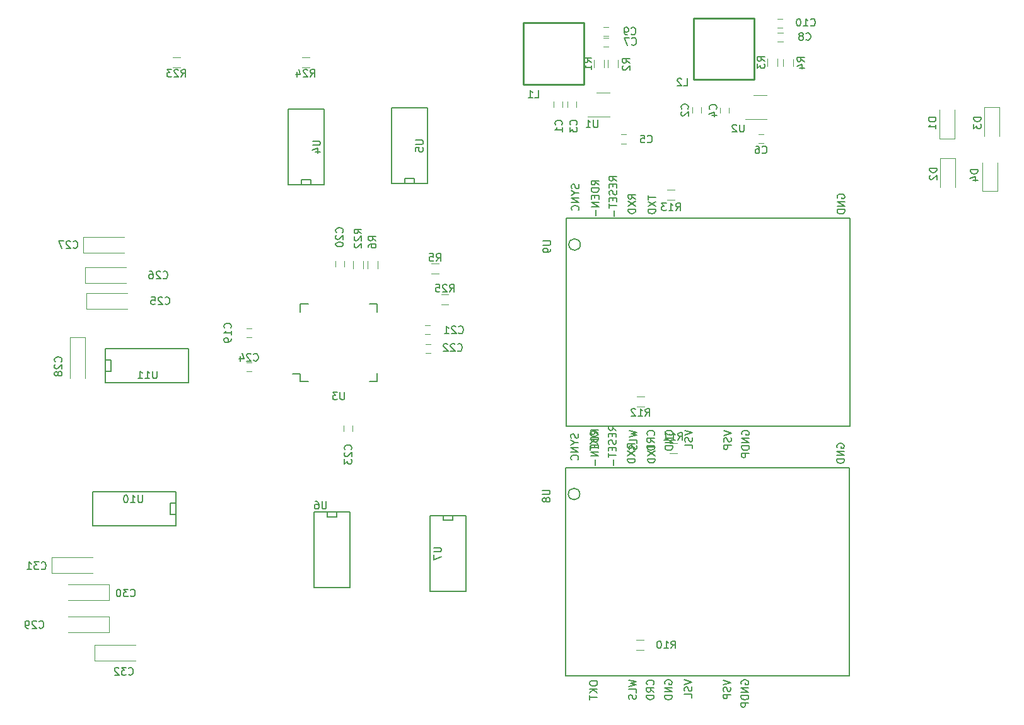
<source format=gbr>
G04 #@! TF.FileFunction,Legend,Bot*
%FSLAX46Y46*%
G04 Gerber Fmt 4.6, Leading zero omitted, Abs format (unit mm)*
G04 Created by KiCad (PCBNEW 4.0.6) date 06/30/17 11:01:05*
%MOMM*%
%LPD*%
G01*
G04 APERTURE LIST*
%ADD10C,0.100000*%
%ADD11C,0.120000*%
%ADD12C,0.250000*%
%ADD13C,0.150000*%
G04 APERTURE END LIST*
D10*
D11*
X137270000Y-49420000D02*
X137270000Y-48720000D01*
X136070000Y-48720000D02*
X136070000Y-49420000D01*
X155865000Y-50185000D02*
X155865000Y-49485000D01*
X154665000Y-49485000D02*
X154665000Y-50185000D01*
X137920000Y-48720000D02*
X137920000Y-49420000D01*
X139120000Y-49420000D02*
X139120000Y-48720000D01*
X158415000Y-49535000D02*
X158415000Y-50235000D01*
X159615000Y-50235000D02*
X159615000Y-49535000D01*
X145100000Y-54325000D02*
X145800000Y-54325000D01*
X145800000Y-53125000D02*
X145100000Y-53125000D01*
X163560000Y-54260000D02*
X164260000Y-54260000D01*
X164260000Y-53060000D02*
X163560000Y-53060000D01*
X142740000Y-41340000D02*
X143440000Y-41340000D01*
X143440000Y-40140000D02*
X142740000Y-40140000D01*
X166165000Y-40635000D02*
X166865000Y-40635000D01*
X166865000Y-39435000D02*
X166165000Y-39435000D01*
X142740000Y-39880000D02*
X143440000Y-39880000D01*
X143440000Y-38680000D02*
X142740000Y-38680000D01*
X166140000Y-38810000D02*
X166840000Y-38810000D01*
X166840000Y-37610000D02*
X166140000Y-37610000D01*
X95510000Y-79180000D02*
X94810000Y-79180000D01*
X94810000Y-80380000D02*
X95510000Y-80380000D01*
X107970000Y-70840000D02*
X107970000Y-70140000D01*
X106770000Y-70140000D02*
X106770000Y-70840000D01*
X118810000Y-79950000D02*
X119510000Y-79950000D01*
X119510000Y-78750000D02*
X118810000Y-78750000D01*
X118840000Y-82500000D02*
X119540000Y-82500000D01*
X119540000Y-81300000D02*
X118840000Y-81300000D01*
X107860000Y-92240000D02*
X107860000Y-92940000D01*
X109060000Y-92940000D02*
X109060000Y-92240000D01*
X95500000Y-83730000D02*
X94800000Y-83730000D01*
X94800000Y-84930000D02*
X95500000Y-84930000D01*
X73330000Y-76550000D02*
X78830000Y-76550000D01*
X73330000Y-74450000D02*
X78830000Y-74450000D01*
X73330000Y-76550000D02*
X73330000Y-74450000D01*
X73170000Y-73080000D02*
X78670000Y-73080000D01*
X73170000Y-70980000D02*
X78670000Y-70980000D01*
X73170000Y-73080000D02*
X73170000Y-70980000D01*
X72920000Y-68990000D02*
X78420000Y-68990000D01*
X72920000Y-66890000D02*
X78420000Y-66890000D01*
X72920000Y-68990000D02*
X72920000Y-66890000D01*
X71100000Y-80360000D02*
X71100000Y-85860000D01*
X73200000Y-80360000D02*
X73200000Y-85860000D01*
X71100000Y-80360000D02*
X73200000Y-80360000D01*
X76392000Y-117856000D02*
X70892000Y-117856000D01*
X76392000Y-119956000D02*
X70892000Y-119956000D01*
X76392000Y-117856000D02*
X76392000Y-119956000D01*
X76392000Y-113581000D02*
X70892000Y-113581000D01*
X76392000Y-115681000D02*
X70892000Y-115681000D01*
X76392000Y-113581000D02*
X76392000Y-115681000D01*
X68667000Y-112006000D02*
X74167000Y-112006000D01*
X68667000Y-109906000D02*
X74167000Y-109906000D01*
X68667000Y-112006000D02*
X68667000Y-109906000D01*
X74467000Y-123756000D02*
X79967000Y-123756000D01*
X74467000Y-121656000D02*
X79967000Y-121656000D01*
X74467000Y-123756000D02*
X74467000Y-121656000D01*
X187985000Y-56310000D02*
X189985000Y-56310000D01*
X189985000Y-56310000D02*
X189985000Y-60160000D01*
X187985000Y-56310000D02*
X187985000Y-60160000D01*
X193910000Y-49460000D02*
X195910000Y-49460000D01*
X195910000Y-49460000D02*
X195910000Y-53310000D01*
X193910000Y-49460000D02*
X193910000Y-53310000D01*
X195635000Y-60710000D02*
X193635000Y-60710000D01*
X193635000Y-60710000D02*
X193635000Y-56860000D01*
X195635000Y-60710000D02*
X195635000Y-56860000D01*
D12*
X140134000Y-38126000D02*
X132006000Y-38126000D01*
X132006000Y-38126000D02*
X132006000Y-46381000D01*
X132006000Y-46381000D02*
X140134000Y-46381000D01*
X140134000Y-46381000D02*
X140134000Y-38126000D01*
X163029000Y-37496000D02*
X154901000Y-37496000D01*
X154901000Y-37496000D02*
X154901000Y-45751000D01*
X154901000Y-45751000D02*
X163029000Y-45751000D01*
X163029000Y-45751000D02*
X163029000Y-37496000D01*
D11*
X142820000Y-44110000D02*
X142820000Y-43110000D01*
X141460000Y-43110000D02*
X141460000Y-44110000D01*
X143360000Y-43100000D02*
X143360000Y-44100000D01*
X144720000Y-44100000D02*
X144720000Y-43100000D01*
X166095000Y-43935000D02*
X166095000Y-42935000D01*
X164735000Y-42935000D02*
X164735000Y-43935000D01*
X166860000Y-42985000D02*
X166860000Y-43985000D01*
X168220000Y-43985000D02*
X168220000Y-42985000D01*
X119642000Y-71800000D02*
X120642000Y-71800000D01*
X120642000Y-70440000D02*
X119642000Y-70440000D01*
X111080000Y-70112000D02*
X111080000Y-71112000D01*
X112440000Y-71112000D02*
X112440000Y-70112000D01*
X148150000Y-121000000D02*
X147150000Y-121000000D01*
X147150000Y-122360000D02*
X148150000Y-122360000D01*
X152646000Y-94570000D02*
X151646000Y-94570000D01*
X151646000Y-95930000D02*
X152646000Y-95930000D01*
X148240000Y-88330000D02*
X147240000Y-88330000D01*
X147240000Y-89690000D02*
X148240000Y-89690000D01*
X152330000Y-60500000D02*
X151330000Y-60500000D01*
X151330000Y-61860000D02*
X152330000Y-61860000D01*
X141790000Y-47460000D02*
X143590000Y-47460000D01*
X143590000Y-50680000D02*
X140640000Y-50680000D01*
X162915000Y-47875000D02*
X164715000Y-47875000D01*
X164715000Y-51095000D02*
X161765000Y-51095000D01*
D13*
X102035000Y-86255000D02*
X102035000Y-85255000D01*
X112385000Y-86255000D02*
X112385000Y-85180000D01*
X112385000Y-75905000D02*
X112385000Y-76980000D01*
X102035000Y-75905000D02*
X102035000Y-76980000D01*
X102035000Y-86255000D02*
X103110000Y-86255000D01*
X102035000Y-75905000D02*
X103110000Y-75905000D01*
X112385000Y-75905000D02*
X111310000Y-75905000D01*
X112385000Y-86255000D02*
X111310000Y-86255000D01*
X102035000Y-85255000D02*
X101010000Y-85255000D01*
X105286000Y-49660000D02*
X100460000Y-49660000D01*
X100460000Y-49660000D02*
X100460000Y-59820000D01*
X100460000Y-59820000D02*
X105286000Y-59820000D01*
X105286000Y-59820000D02*
X105286000Y-49660000D01*
X103508000Y-59820000D02*
X103508000Y-59185000D01*
X103508000Y-59185000D02*
X102238000Y-59185000D01*
X102238000Y-59185000D02*
X102238000Y-59820000D01*
X119126000Y-49530000D02*
X114300000Y-49530000D01*
X114300000Y-49530000D02*
X114300000Y-59690000D01*
X114300000Y-59690000D02*
X119126000Y-59690000D01*
X119126000Y-59690000D02*
X119126000Y-49530000D01*
X117348000Y-59690000D02*
X117348000Y-59055000D01*
X117348000Y-59055000D02*
X116078000Y-59055000D01*
X116078000Y-59055000D02*
X116078000Y-59690000D01*
X103864000Y-113980000D02*
X108690000Y-113980000D01*
X108690000Y-113980000D02*
X108690000Y-103820000D01*
X108690000Y-103820000D02*
X103864000Y-103820000D01*
X103864000Y-103820000D02*
X103864000Y-113980000D01*
X105642000Y-103820000D02*
X105642000Y-104455000D01*
X105642000Y-104455000D02*
X106912000Y-104455000D01*
X106912000Y-104455000D02*
X106912000Y-103820000D01*
X119504000Y-114430000D02*
X124330000Y-114430000D01*
X124330000Y-114430000D02*
X124330000Y-104270000D01*
X124330000Y-104270000D02*
X119504000Y-104270000D01*
X119504000Y-104270000D02*
X119504000Y-114430000D01*
X121282000Y-104270000D02*
X121282000Y-104905000D01*
X121282000Y-104905000D02*
X122552000Y-104905000D01*
X122552000Y-104905000D02*
X122552000Y-104270000D01*
X139585511Y-101396000D02*
G75*
G03X139585511Y-101396000I-772511J0D01*
G01*
X137670000Y-97840000D02*
X137670000Y-125780000D01*
X137670000Y-125780000D02*
X175770000Y-125780000D01*
X175770000Y-125780000D02*
X175770000Y-97840000D01*
X175770000Y-97840000D02*
X137670000Y-97840000D01*
X139655511Y-67896000D02*
G75*
G03X139655511Y-67896000I-772511J0D01*
G01*
X137740000Y-64340000D02*
X137740000Y-92280000D01*
X137740000Y-92280000D02*
X175840000Y-92280000D01*
X175840000Y-92280000D02*
X175840000Y-64340000D01*
X175840000Y-64340000D02*
X137740000Y-64340000D01*
X85328000Y-102608000D02*
X84566000Y-102608000D01*
X84566000Y-102608000D02*
X84566000Y-104132000D01*
X84566000Y-104132000D02*
X85328000Y-104132000D01*
X74152000Y-101084000D02*
X74152000Y-105656000D01*
X74152000Y-105656000D02*
X85328000Y-105656000D01*
X85328000Y-105656000D02*
X85328000Y-101084000D01*
X85328000Y-101084000D02*
X74152000Y-101084000D01*
X75842000Y-84922000D02*
X76604000Y-84922000D01*
X76604000Y-84922000D02*
X76604000Y-83398000D01*
X76604000Y-83398000D02*
X75842000Y-83398000D01*
X87018000Y-86446000D02*
X87018000Y-81874000D01*
X87018000Y-81874000D02*
X75842000Y-81874000D01*
X75842000Y-81874000D02*
X75842000Y-86446000D01*
X75842000Y-86446000D02*
X87018000Y-86446000D01*
D11*
X189910000Y-53670000D02*
X187910000Y-53670000D01*
X187910000Y-53670000D02*
X187910000Y-49820000D01*
X189910000Y-53670000D02*
X189910000Y-49820000D01*
X110500000Y-71120000D02*
X110500000Y-70120000D01*
X109140000Y-70120000D02*
X109140000Y-71120000D01*
X85920000Y-42790000D02*
X84920000Y-42790000D01*
X84920000Y-44150000D02*
X85920000Y-44150000D01*
X103260000Y-42790000D02*
X102260000Y-42790000D01*
X102260000Y-44150000D02*
X103260000Y-44150000D01*
X120970000Y-75920000D02*
X121970000Y-75920000D01*
X121970000Y-74560000D02*
X120970000Y-74560000D01*
D13*
X137147143Y-51813334D02*
X137194762Y-51765715D01*
X137242381Y-51622858D01*
X137242381Y-51527620D01*
X137194762Y-51384762D01*
X137099524Y-51289524D01*
X137004286Y-51241905D01*
X136813810Y-51194286D01*
X136670952Y-51194286D01*
X136480476Y-51241905D01*
X136385238Y-51289524D01*
X136290000Y-51384762D01*
X136242381Y-51527620D01*
X136242381Y-51622858D01*
X136290000Y-51765715D01*
X136337619Y-51813334D01*
X137242381Y-52765715D02*
X137242381Y-52194286D01*
X137242381Y-52480000D02*
X136242381Y-52480000D01*
X136385238Y-52384762D01*
X136480476Y-52289524D01*
X136528095Y-52194286D01*
X154072143Y-49668334D02*
X154119762Y-49620715D01*
X154167381Y-49477858D01*
X154167381Y-49382620D01*
X154119762Y-49239762D01*
X154024524Y-49144524D01*
X153929286Y-49096905D01*
X153738810Y-49049286D01*
X153595952Y-49049286D01*
X153405476Y-49096905D01*
X153310238Y-49144524D01*
X153215000Y-49239762D01*
X153167381Y-49382620D01*
X153167381Y-49477858D01*
X153215000Y-49620715D01*
X153262619Y-49668334D01*
X153262619Y-50049286D02*
X153215000Y-50096905D01*
X153167381Y-50192143D01*
X153167381Y-50430239D01*
X153215000Y-50525477D01*
X153262619Y-50573096D01*
X153357857Y-50620715D01*
X153453095Y-50620715D01*
X153595952Y-50573096D01*
X154167381Y-50001667D01*
X154167381Y-50620715D01*
X139147143Y-51813334D02*
X139194762Y-51765715D01*
X139242381Y-51622858D01*
X139242381Y-51527620D01*
X139194762Y-51384762D01*
X139099524Y-51289524D01*
X139004286Y-51241905D01*
X138813810Y-51194286D01*
X138670952Y-51194286D01*
X138480476Y-51241905D01*
X138385238Y-51289524D01*
X138290000Y-51384762D01*
X138242381Y-51527620D01*
X138242381Y-51622858D01*
X138290000Y-51765715D01*
X138337619Y-51813334D01*
X138242381Y-52146667D02*
X138242381Y-52765715D01*
X138623333Y-52432381D01*
X138623333Y-52575239D01*
X138670952Y-52670477D01*
X138718571Y-52718096D01*
X138813810Y-52765715D01*
X139051905Y-52765715D01*
X139147143Y-52718096D01*
X139194762Y-52670477D01*
X139242381Y-52575239D01*
X139242381Y-52289524D01*
X139194762Y-52194286D01*
X139147143Y-52146667D01*
X157872143Y-49718334D02*
X157919762Y-49670715D01*
X157967381Y-49527858D01*
X157967381Y-49432620D01*
X157919762Y-49289762D01*
X157824524Y-49194524D01*
X157729286Y-49146905D01*
X157538810Y-49099286D01*
X157395952Y-49099286D01*
X157205476Y-49146905D01*
X157110238Y-49194524D01*
X157015000Y-49289762D01*
X156967381Y-49432620D01*
X156967381Y-49527858D01*
X157015000Y-49670715D01*
X157062619Y-49718334D01*
X157300714Y-50575477D02*
X157967381Y-50575477D01*
X156919762Y-50337381D02*
X157634048Y-50099286D01*
X157634048Y-50718334D01*
X148666666Y-54132143D02*
X148714285Y-54179762D01*
X148857142Y-54227381D01*
X148952380Y-54227381D01*
X149095238Y-54179762D01*
X149190476Y-54084524D01*
X149238095Y-53989286D01*
X149285714Y-53798810D01*
X149285714Y-53655952D01*
X149238095Y-53465476D01*
X149190476Y-53370238D01*
X149095238Y-53275000D01*
X148952380Y-53227381D01*
X148857142Y-53227381D01*
X148714285Y-53275000D01*
X148666666Y-53322619D01*
X147761904Y-53227381D02*
X148238095Y-53227381D01*
X148285714Y-53703571D01*
X148238095Y-53655952D01*
X148142857Y-53608333D01*
X147904761Y-53608333D01*
X147809523Y-53655952D01*
X147761904Y-53703571D01*
X147714285Y-53798810D01*
X147714285Y-54036905D01*
X147761904Y-54132143D01*
X147809523Y-54179762D01*
X147904761Y-54227381D01*
X148142857Y-54227381D01*
X148238095Y-54179762D01*
X148285714Y-54132143D01*
X164076666Y-55567143D02*
X164124285Y-55614762D01*
X164267142Y-55662381D01*
X164362380Y-55662381D01*
X164505238Y-55614762D01*
X164600476Y-55519524D01*
X164648095Y-55424286D01*
X164695714Y-55233810D01*
X164695714Y-55090952D01*
X164648095Y-54900476D01*
X164600476Y-54805238D01*
X164505238Y-54710000D01*
X164362380Y-54662381D01*
X164267142Y-54662381D01*
X164124285Y-54710000D01*
X164076666Y-54757619D01*
X163219523Y-54662381D02*
X163410000Y-54662381D01*
X163505238Y-54710000D01*
X163552857Y-54757619D01*
X163648095Y-54900476D01*
X163695714Y-55090952D01*
X163695714Y-55471905D01*
X163648095Y-55567143D01*
X163600476Y-55614762D01*
X163505238Y-55662381D01*
X163314761Y-55662381D01*
X163219523Y-55614762D01*
X163171904Y-55567143D01*
X163124285Y-55471905D01*
X163124285Y-55233810D01*
X163171904Y-55138571D01*
X163219523Y-55090952D01*
X163314761Y-55043333D01*
X163505238Y-55043333D01*
X163600476Y-55090952D01*
X163648095Y-55138571D01*
X163695714Y-55233810D01*
X146556666Y-41022143D02*
X146604285Y-41069762D01*
X146747142Y-41117381D01*
X146842380Y-41117381D01*
X146985238Y-41069762D01*
X147080476Y-40974524D01*
X147128095Y-40879286D01*
X147175714Y-40688810D01*
X147175714Y-40545952D01*
X147128095Y-40355476D01*
X147080476Y-40260238D01*
X146985238Y-40165000D01*
X146842380Y-40117381D01*
X146747142Y-40117381D01*
X146604285Y-40165000D01*
X146556666Y-40212619D01*
X146223333Y-40117381D02*
X145556666Y-40117381D01*
X145985238Y-41117381D01*
X169956666Y-40367143D02*
X170004285Y-40414762D01*
X170147142Y-40462381D01*
X170242380Y-40462381D01*
X170385238Y-40414762D01*
X170480476Y-40319524D01*
X170528095Y-40224286D01*
X170575714Y-40033810D01*
X170575714Y-39890952D01*
X170528095Y-39700476D01*
X170480476Y-39605238D01*
X170385238Y-39510000D01*
X170242380Y-39462381D01*
X170147142Y-39462381D01*
X170004285Y-39510000D01*
X169956666Y-39557619D01*
X169385238Y-39890952D02*
X169480476Y-39843333D01*
X169528095Y-39795714D01*
X169575714Y-39700476D01*
X169575714Y-39652857D01*
X169528095Y-39557619D01*
X169480476Y-39510000D01*
X169385238Y-39462381D01*
X169194761Y-39462381D01*
X169099523Y-39510000D01*
X169051904Y-39557619D01*
X169004285Y-39652857D01*
X169004285Y-39700476D01*
X169051904Y-39795714D01*
X169099523Y-39843333D01*
X169194761Y-39890952D01*
X169385238Y-39890952D01*
X169480476Y-39938571D01*
X169528095Y-39986190D01*
X169575714Y-40081429D01*
X169575714Y-40271905D01*
X169528095Y-40367143D01*
X169480476Y-40414762D01*
X169385238Y-40462381D01*
X169194761Y-40462381D01*
X169099523Y-40414762D01*
X169051904Y-40367143D01*
X169004285Y-40271905D01*
X169004285Y-40081429D01*
X169051904Y-39986190D01*
X169099523Y-39938571D01*
X169194761Y-39890952D01*
X146481666Y-39637143D02*
X146529285Y-39684762D01*
X146672142Y-39732381D01*
X146767380Y-39732381D01*
X146910238Y-39684762D01*
X147005476Y-39589524D01*
X147053095Y-39494286D01*
X147100714Y-39303810D01*
X147100714Y-39160952D01*
X147053095Y-38970476D01*
X147005476Y-38875238D01*
X146910238Y-38780000D01*
X146767380Y-38732381D01*
X146672142Y-38732381D01*
X146529285Y-38780000D01*
X146481666Y-38827619D01*
X146005476Y-39732381D02*
X145815000Y-39732381D01*
X145719761Y-39684762D01*
X145672142Y-39637143D01*
X145576904Y-39494286D01*
X145529285Y-39303810D01*
X145529285Y-38922857D01*
X145576904Y-38827619D01*
X145624523Y-38780000D01*
X145719761Y-38732381D01*
X145910238Y-38732381D01*
X146005476Y-38780000D01*
X146053095Y-38827619D01*
X146100714Y-38922857D01*
X146100714Y-39160952D01*
X146053095Y-39256190D01*
X146005476Y-39303810D01*
X145910238Y-39351429D01*
X145719761Y-39351429D01*
X145624523Y-39303810D01*
X145576904Y-39256190D01*
X145529285Y-39160952D01*
X170582857Y-38467143D02*
X170630476Y-38514762D01*
X170773333Y-38562381D01*
X170868571Y-38562381D01*
X171011429Y-38514762D01*
X171106667Y-38419524D01*
X171154286Y-38324286D01*
X171201905Y-38133810D01*
X171201905Y-37990952D01*
X171154286Y-37800476D01*
X171106667Y-37705238D01*
X171011429Y-37610000D01*
X170868571Y-37562381D01*
X170773333Y-37562381D01*
X170630476Y-37610000D01*
X170582857Y-37657619D01*
X169630476Y-38562381D02*
X170201905Y-38562381D01*
X169916191Y-38562381D02*
X169916191Y-37562381D01*
X170011429Y-37705238D01*
X170106667Y-37800476D01*
X170201905Y-37848095D01*
X169011429Y-37562381D02*
X168916190Y-37562381D01*
X168820952Y-37610000D01*
X168773333Y-37657619D01*
X168725714Y-37752857D01*
X168678095Y-37943333D01*
X168678095Y-38181429D01*
X168725714Y-38371905D01*
X168773333Y-38467143D01*
X168820952Y-38514762D01*
X168916190Y-38562381D01*
X169011429Y-38562381D01*
X169106667Y-38514762D01*
X169154286Y-38467143D01*
X169201905Y-38371905D01*
X169249524Y-38181429D01*
X169249524Y-37943333D01*
X169201905Y-37752857D01*
X169154286Y-37657619D01*
X169106667Y-37610000D01*
X169011429Y-37562381D01*
X92687143Y-79097143D02*
X92734762Y-79049524D01*
X92782381Y-78906667D01*
X92782381Y-78811429D01*
X92734762Y-78668571D01*
X92639524Y-78573333D01*
X92544286Y-78525714D01*
X92353810Y-78478095D01*
X92210952Y-78478095D01*
X92020476Y-78525714D01*
X91925238Y-78573333D01*
X91830000Y-78668571D01*
X91782381Y-78811429D01*
X91782381Y-78906667D01*
X91830000Y-79049524D01*
X91877619Y-79097143D01*
X92782381Y-80049524D02*
X92782381Y-79478095D01*
X92782381Y-79763809D02*
X91782381Y-79763809D01*
X91925238Y-79668571D01*
X92020476Y-79573333D01*
X92068095Y-79478095D01*
X92782381Y-80525714D02*
X92782381Y-80716190D01*
X92734762Y-80811429D01*
X92687143Y-80859048D01*
X92544286Y-80954286D01*
X92353810Y-81001905D01*
X91972857Y-81001905D01*
X91877619Y-80954286D01*
X91830000Y-80906667D01*
X91782381Y-80811429D01*
X91782381Y-80620952D01*
X91830000Y-80525714D01*
X91877619Y-80478095D01*
X91972857Y-80430476D01*
X92210952Y-80430476D01*
X92306190Y-80478095D01*
X92353810Y-80525714D01*
X92401429Y-80620952D01*
X92401429Y-80811429D01*
X92353810Y-80906667D01*
X92306190Y-80954286D01*
X92210952Y-81001905D01*
X107717143Y-66263143D02*
X107764762Y-66215524D01*
X107812381Y-66072667D01*
X107812381Y-65977429D01*
X107764762Y-65834571D01*
X107669524Y-65739333D01*
X107574286Y-65691714D01*
X107383810Y-65644095D01*
X107240952Y-65644095D01*
X107050476Y-65691714D01*
X106955238Y-65739333D01*
X106860000Y-65834571D01*
X106812381Y-65977429D01*
X106812381Y-66072667D01*
X106860000Y-66215524D01*
X106907619Y-66263143D01*
X106907619Y-66644095D02*
X106860000Y-66691714D01*
X106812381Y-66786952D01*
X106812381Y-67025048D01*
X106860000Y-67120286D01*
X106907619Y-67167905D01*
X107002857Y-67215524D01*
X107098095Y-67215524D01*
X107240952Y-67167905D01*
X107812381Y-66596476D01*
X107812381Y-67215524D01*
X106812381Y-67834571D02*
X106812381Y-67929810D01*
X106860000Y-68025048D01*
X106907619Y-68072667D01*
X107002857Y-68120286D01*
X107193333Y-68167905D01*
X107431429Y-68167905D01*
X107621905Y-68120286D01*
X107717143Y-68072667D01*
X107764762Y-68025048D01*
X107812381Y-67929810D01*
X107812381Y-67834571D01*
X107764762Y-67739333D01*
X107717143Y-67691714D01*
X107621905Y-67644095D01*
X107431429Y-67596476D01*
X107193333Y-67596476D01*
X107002857Y-67644095D01*
X106907619Y-67691714D01*
X106860000Y-67739333D01*
X106812381Y-67834571D01*
X123322857Y-79757143D02*
X123370476Y-79804762D01*
X123513333Y-79852381D01*
X123608571Y-79852381D01*
X123751429Y-79804762D01*
X123846667Y-79709524D01*
X123894286Y-79614286D01*
X123941905Y-79423810D01*
X123941905Y-79280952D01*
X123894286Y-79090476D01*
X123846667Y-78995238D01*
X123751429Y-78900000D01*
X123608571Y-78852381D01*
X123513333Y-78852381D01*
X123370476Y-78900000D01*
X123322857Y-78947619D01*
X122941905Y-78947619D02*
X122894286Y-78900000D01*
X122799048Y-78852381D01*
X122560952Y-78852381D01*
X122465714Y-78900000D01*
X122418095Y-78947619D01*
X122370476Y-79042857D01*
X122370476Y-79138095D01*
X122418095Y-79280952D01*
X122989524Y-79852381D01*
X122370476Y-79852381D01*
X121418095Y-79852381D02*
X121989524Y-79852381D01*
X121703810Y-79852381D02*
X121703810Y-78852381D01*
X121799048Y-78995238D01*
X121894286Y-79090476D01*
X121989524Y-79138095D01*
X123172857Y-82127143D02*
X123220476Y-82174762D01*
X123363333Y-82222381D01*
X123458571Y-82222381D01*
X123601429Y-82174762D01*
X123696667Y-82079524D01*
X123744286Y-81984286D01*
X123791905Y-81793810D01*
X123791905Y-81650952D01*
X123744286Y-81460476D01*
X123696667Y-81365238D01*
X123601429Y-81270000D01*
X123458571Y-81222381D01*
X123363333Y-81222381D01*
X123220476Y-81270000D01*
X123172857Y-81317619D01*
X122791905Y-81317619D02*
X122744286Y-81270000D01*
X122649048Y-81222381D01*
X122410952Y-81222381D01*
X122315714Y-81270000D01*
X122268095Y-81317619D01*
X122220476Y-81412857D01*
X122220476Y-81508095D01*
X122268095Y-81650952D01*
X122839524Y-82222381D01*
X122220476Y-82222381D01*
X121839524Y-81317619D02*
X121791905Y-81270000D01*
X121696667Y-81222381D01*
X121458571Y-81222381D01*
X121363333Y-81270000D01*
X121315714Y-81317619D01*
X121268095Y-81412857D01*
X121268095Y-81508095D01*
X121315714Y-81650952D01*
X121887143Y-82222381D01*
X121268095Y-82222381D01*
X108877143Y-95437143D02*
X108924762Y-95389524D01*
X108972381Y-95246667D01*
X108972381Y-95151429D01*
X108924762Y-95008571D01*
X108829524Y-94913333D01*
X108734286Y-94865714D01*
X108543810Y-94818095D01*
X108400952Y-94818095D01*
X108210476Y-94865714D01*
X108115238Y-94913333D01*
X108020000Y-95008571D01*
X107972381Y-95151429D01*
X107972381Y-95246667D01*
X108020000Y-95389524D01*
X108067619Y-95437143D01*
X108067619Y-95818095D02*
X108020000Y-95865714D01*
X107972381Y-95960952D01*
X107972381Y-96199048D01*
X108020000Y-96294286D01*
X108067619Y-96341905D01*
X108162857Y-96389524D01*
X108258095Y-96389524D01*
X108400952Y-96341905D01*
X108972381Y-95770476D01*
X108972381Y-96389524D01*
X107972381Y-96722857D02*
X107972381Y-97341905D01*
X108353333Y-97008571D01*
X108353333Y-97151429D01*
X108400952Y-97246667D01*
X108448571Y-97294286D01*
X108543810Y-97341905D01*
X108781905Y-97341905D01*
X108877143Y-97294286D01*
X108924762Y-97246667D01*
X108972381Y-97151429D01*
X108972381Y-96865714D01*
X108924762Y-96770476D01*
X108877143Y-96722857D01*
X95792857Y-83437143D02*
X95840476Y-83484762D01*
X95983333Y-83532381D01*
X96078571Y-83532381D01*
X96221429Y-83484762D01*
X96316667Y-83389524D01*
X96364286Y-83294286D01*
X96411905Y-83103810D01*
X96411905Y-82960952D01*
X96364286Y-82770476D01*
X96316667Y-82675238D01*
X96221429Y-82580000D01*
X96078571Y-82532381D01*
X95983333Y-82532381D01*
X95840476Y-82580000D01*
X95792857Y-82627619D01*
X95411905Y-82627619D02*
X95364286Y-82580000D01*
X95269048Y-82532381D01*
X95030952Y-82532381D01*
X94935714Y-82580000D01*
X94888095Y-82627619D01*
X94840476Y-82722857D01*
X94840476Y-82818095D01*
X94888095Y-82960952D01*
X95459524Y-83532381D01*
X94840476Y-83532381D01*
X93983333Y-82865714D02*
X93983333Y-83532381D01*
X94221429Y-82484762D02*
X94459524Y-83199048D01*
X93840476Y-83199048D01*
X83897857Y-75857143D02*
X83945476Y-75904762D01*
X84088333Y-75952381D01*
X84183571Y-75952381D01*
X84326429Y-75904762D01*
X84421667Y-75809524D01*
X84469286Y-75714286D01*
X84516905Y-75523810D01*
X84516905Y-75380952D01*
X84469286Y-75190476D01*
X84421667Y-75095238D01*
X84326429Y-75000000D01*
X84183571Y-74952381D01*
X84088333Y-74952381D01*
X83945476Y-75000000D01*
X83897857Y-75047619D01*
X83516905Y-75047619D02*
X83469286Y-75000000D01*
X83374048Y-74952381D01*
X83135952Y-74952381D01*
X83040714Y-75000000D01*
X82993095Y-75047619D01*
X82945476Y-75142857D01*
X82945476Y-75238095D01*
X82993095Y-75380952D01*
X83564524Y-75952381D01*
X82945476Y-75952381D01*
X82040714Y-74952381D02*
X82516905Y-74952381D01*
X82564524Y-75428571D01*
X82516905Y-75380952D01*
X82421667Y-75333333D01*
X82183571Y-75333333D01*
X82088333Y-75380952D01*
X82040714Y-75428571D01*
X81993095Y-75523810D01*
X81993095Y-75761905D01*
X82040714Y-75857143D01*
X82088333Y-75904762D01*
X82183571Y-75952381D01*
X82421667Y-75952381D01*
X82516905Y-75904762D01*
X82564524Y-75857143D01*
X83637857Y-72387143D02*
X83685476Y-72434762D01*
X83828333Y-72482381D01*
X83923571Y-72482381D01*
X84066429Y-72434762D01*
X84161667Y-72339524D01*
X84209286Y-72244286D01*
X84256905Y-72053810D01*
X84256905Y-71910952D01*
X84209286Y-71720476D01*
X84161667Y-71625238D01*
X84066429Y-71530000D01*
X83923571Y-71482381D01*
X83828333Y-71482381D01*
X83685476Y-71530000D01*
X83637857Y-71577619D01*
X83256905Y-71577619D02*
X83209286Y-71530000D01*
X83114048Y-71482381D01*
X82875952Y-71482381D01*
X82780714Y-71530000D01*
X82733095Y-71577619D01*
X82685476Y-71672857D01*
X82685476Y-71768095D01*
X82733095Y-71910952D01*
X83304524Y-72482381D01*
X82685476Y-72482381D01*
X81828333Y-71482381D02*
X82018810Y-71482381D01*
X82114048Y-71530000D01*
X82161667Y-71577619D01*
X82256905Y-71720476D01*
X82304524Y-71910952D01*
X82304524Y-72291905D01*
X82256905Y-72387143D01*
X82209286Y-72434762D01*
X82114048Y-72482381D01*
X81923571Y-72482381D01*
X81828333Y-72434762D01*
X81780714Y-72387143D01*
X81733095Y-72291905D01*
X81733095Y-72053810D01*
X81780714Y-71958571D01*
X81828333Y-71910952D01*
X81923571Y-71863333D01*
X82114048Y-71863333D01*
X82209286Y-71910952D01*
X82256905Y-71958571D01*
X82304524Y-72053810D01*
X71562857Y-68297143D02*
X71610476Y-68344762D01*
X71753333Y-68392381D01*
X71848571Y-68392381D01*
X71991429Y-68344762D01*
X72086667Y-68249524D01*
X72134286Y-68154286D01*
X72181905Y-67963810D01*
X72181905Y-67820952D01*
X72134286Y-67630476D01*
X72086667Y-67535238D01*
X71991429Y-67440000D01*
X71848571Y-67392381D01*
X71753333Y-67392381D01*
X71610476Y-67440000D01*
X71562857Y-67487619D01*
X71181905Y-67487619D02*
X71134286Y-67440000D01*
X71039048Y-67392381D01*
X70800952Y-67392381D01*
X70705714Y-67440000D01*
X70658095Y-67487619D01*
X70610476Y-67582857D01*
X70610476Y-67678095D01*
X70658095Y-67820952D01*
X71229524Y-68392381D01*
X70610476Y-68392381D01*
X70277143Y-67392381D02*
X69610476Y-67392381D01*
X70039048Y-68392381D01*
X69957143Y-83617143D02*
X70004762Y-83569524D01*
X70052381Y-83426667D01*
X70052381Y-83331429D01*
X70004762Y-83188571D01*
X69909524Y-83093333D01*
X69814286Y-83045714D01*
X69623810Y-82998095D01*
X69480952Y-82998095D01*
X69290476Y-83045714D01*
X69195238Y-83093333D01*
X69100000Y-83188571D01*
X69052381Y-83331429D01*
X69052381Y-83426667D01*
X69100000Y-83569524D01*
X69147619Y-83617143D01*
X69147619Y-83998095D02*
X69100000Y-84045714D01*
X69052381Y-84140952D01*
X69052381Y-84379048D01*
X69100000Y-84474286D01*
X69147619Y-84521905D01*
X69242857Y-84569524D01*
X69338095Y-84569524D01*
X69480952Y-84521905D01*
X70052381Y-83950476D01*
X70052381Y-84569524D01*
X69480952Y-85140952D02*
X69433333Y-85045714D01*
X69385714Y-84998095D01*
X69290476Y-84950476D01*
X69242857Y-84950476D01*
X69147619Y-84998095D01*
X69100000Y-85045714D01*
X69052381Y-85140952D01*
X69052381Y-85331429D01*
X69100000Y-85426667D01*
X69147619Y-85474286D01*
X69242857Y-85521905D01*
X69290476Y-85521905D01*
X69385714Y-85474286D01*
X69433333Y-85426667D01*
X69480952Y-85331429D01*
X69480952Y-85140952D01*
X69528571Y-85045714D01*
X69576190Y-84998095D01*
X69671429Y-84950476D01*
X69861905Y-84950476D01*
X69957143Y-84998095D01*
X70004762Y-85045714D01*
X70052381Y-85140952D01*
X70052381Y-85331429D01*
X70004762Y-85426667D01*
X69957143Y-85474286D01*
X69861905Y-85521905D01*
X69671429Y-85521905D01*
X69576190Y-85474286D01*
X69528571Y-85426667D01*
X69480952Y-85331429D01*
X66984857Y-119338143D02*
X67032476Y-119385762D01*
X67175333Y-119433381D01*
X67270571Y-119433381D01*
X67413429Y-119385762D01*
X67508667Y-119290524D01*
X67556286Y-119195286D01*
X67603905Y-119004810D01*
X67603905Y-118861952D01*
X67556286Y-118671476D01*
X67508667Y-118576238D01*
X67413429Y-118481000D01*
X67270571Y-118433381D01*
X67175333Y-118433381D01*
X67032476Y-118481000D01*
X66984857Y-118528619D01*
X66603905Y-118528619D02*
X66556286Y-118481000D01*
X66461048Y-118433381D01*
X66222952Y-118433381D01*
X66127714Y-118481000D01*
X66080095Y-118528619D01*
X66032476Y-118623857D01*
X66032476Y-118719095D01*
X66080095Y-118861952D01*
X66651524Y-119433381D01*
X66032476Y-119433381D01*
X65556286Y-119433381D02*
X65365810Y-119433381D01*
X65270571Y-119385762D01*
X65222952Y-119338143D01*
X65127714Y-119195286D01*
X65080095Y-119004810D01*
X65080095Y-118623857D01*
X65127714Y-118528619D01*
X65175333Y-118481000D01*
X65270571Y-118433381D01*
X65461048Y-118433381D01*
X65556286Y-118481000D01*
X65603905Y-118528619D01*
X65651524Y-118623857D01*
X65651524Y-118861952D01*
X65603905Y-118957190D01*
X65556286Y-119004810D01*
X65461048Y-119052429D01*
X65270571Y-119052429D01*
X65175333Y-119004810D01*
X65127714Y-118957190D01*
X65080095Y-118861952D01*
X79259857Y-115088143D02*
X79307476Y-115135762D01*
X79450333Y-115183381D01*
X79545571Y-115183381D01*
X79688429Y-115135762D01*
X79783667Y-115040524D01*
X79831286Y-114945286D01*
X79878905Y-114754810D01*
X79878905Y-114611952D01*
X79831286Y-114421476D01*
X79783667Y-114326238D01*
X79688429Y-114231000D01*
X79545571Y-114183381D01*
X79450333Y-114183381D01*
X79307476Y-114231000D01*
X79259857Y-114278619D01*
X78926524Y-114183381D02*
X78307476Y-114183381D01*
X78640810Y-114564333D01*
X78497952Y-114564333D01*
X78402714Y-114611952D01*
X78355095Y-114659571D01*
X78307476Y-114754810D01*
X78307476Y-114992905D01*
X78355095Y-115088143D01*
X78402714Y-115135762D01*
X78497952Y-115183381D01*
X78783667Y-115183381D01*
X78878905Y-115135762D01*
X78926524Y-115088143D01*
X77688429Y-114183381D02*
X77593190Y-114183381D01*
X77497952Y-114231000D01*
X77450333Y-114278619D01*
X77402714Y-114373857D01*
X77355095Y-114564333D01*
X77355095Y-114802429D01*
X77402714Y-114992905D01*
X77450333Y-115088143D01*
X77497952Y-115135762D01*
X77593190Y-115183381D01*
X77688429Y-115183381D01*
X77783667Y-115135762D01*
X77831286Y-115088143D01*
X77878905Y-114992905D01*
X77926524Y-114802429D01*
X77926524Y-114564333D01*
X77878905Y-114373857D01*
X77831286Y-114278619D01*
X77783667Y-114231000D01*
X77688429Y-114183381D01*
X67284857Y-111438143D02*
X67332476Y-111485762D01*
X67475333Y-111533381D01*
X67570571Y-111533381D01*
X67713429Y-111485762D01*
X67808667Y-111390524D01*
X67856286Y-111295286D01*
X67903905Y-111104810D01*
X67903905Y-110961952D01*
X67856286Y-110771476D01*
X67808667Y-110676238D01*
X67713429Y-110581000D01*
X67570571Y-110533381D01*
X67475333Y-110533381D01*
X67332476Y-110581000D01*
X67284857Y-110628619D01*
X66951524Y-110533381D02*
X66332476Y-110533381D01*
X66665810Y-110914333D01*
X66522952Y-110914333D01*
X66427714Y-110961952D01*
X66380095Y-111009571D01*
X66332476Y-111104810D01*
X66332476Y-111342905D01*
X66380095Y-111438143D01*
X66427714Y-111485762D01*
X66522952Y-111533381D01*
X66808667Y-111533381D01*
X66903905Y-111485762D01*
X66951524Y-111438143D01*
X65380095Y-111533381D02*
X65951524Y-111533381D01*
X65665810Y-111533381D02*
X65665810Y-110533381D01*
X65761048Y-110676238D01*
X65856286Y-110771476D01*
X65951524Y-110819095D01*
X79009857Y-125613143D02*
X79057476Y-125660762D01*
X79200333Y-125708381D01*
X79295571Y-125708381D01*
X79438429Y-125660762D01*
X79533667Y-125565524D01*
X79581286Y-125470286D01*
X79628905Y-125279810D01*
X79628905Y-125136952D01*
X79581286Y-124946476D01*
X79533667Y-124851238D01*
X79438429Y-124756000D01*
X79295571Y-124708381D01*
X79200333Y-124708381D01*
X79057476Y-124756000D01*
X79009857Y-124803619D01*
X78676524Y-124708381D02*
X78057476Y-124708381D01*
X78390810Y-125089333D01*
X78247952Y-125089333D01*
X78152714Y-125136952D01*
X78105095Y-125184571D01*
X78057476Y-125279810D01*
X78057476Y-125517905D01*
X78105095Y-125613143D01*
X78152714Y-125660762D01*
X78247952Y-125708381D01*
X78533667Y-125708381D01*
X78628905Y-125660762D01*
X78676524Y-125613143D01*
X77676524Y-124803619D02*
X77628905Y-124756000D01*
X77533667Y-124708381D01*
X77295571Y-124708381D01*
X77200333Y-124756000D01*
X77152714Y-124803619D01*
X77105095Y-124898857D01*
X77105095Y-124994095D01*
X77152714Y-125136952D01*
X77724143Y-125708381D01*
X77105095Y-125708381D01*
X187532381Y-57644905D02*
X186532381Y-57644905D01*
X186532381Y-57883000D01*
X186580000Y-58025858D01*
X186675238Y-58121096D01*
X186770476Y-58168715D01*
X186960952Y-58216334D01*
X187103810Y-58216334D01*
X187294286Y-58168715D01*
X187389524Y-58121096D01*
X187484762Y-58025858D01*
X187532381Y-57883000D01*
X187532381Y-57644905D01*
X186627619Y-58597286D02*
X186580000Y-58644905D01*
X186532381Y-58740143D01*
X186532381Y-58978239D01*
X186580000Y-59073477D01*
X186627619Y-59121096D01*
X186722857Y-59168715D01*
X186818095Y-59168715D01*
X186960952Y-59121096D01*
X187532381Y-58549667D01*
X187532381Y-59168715D01*
X193457381Y-50794905D02*
X192457381Y-50794905D01*
X192457381Y-51033000D01*
X192505000Y-51175858D01*
X192600238Y-51271096D01*
X192695476Y-51318715D01*
X192885952Y-51366334D01*
X193028810Y-51366334D01*
X193219286Y-51318715D01*
X193314524Y-51271096D01*
X193409762Y-51175858D01*
X193457381Y-51033000D01*
X193457381Y-50794905D01*
X192457381Y-51699667D02*
X192457381Y-52318715D01*
X192838333Y-51985381D01*
X192838333Y-52128239D01*
X192885952Y-52223477D01*
X192933571Y-52271096D01*
X193028810Y-52318715D01*
X193266905Y-52318715D01*
X193362143Y-52271096D01*
X193409762Y-52223477D01*
X193457381Y-52128239D01*
X193457381Y-51842524D01*
X193409762Y-51747286D01*
X193362143Y-51699667D01*
X193037381Y-57821905D02*
X192037381Y-57821905D01*
X192037381Y-58060000D01*
X192085000Y-58202858D01*
X192180238Y-58298096D01*
X192275476Y-58345715D01*
X192465952Y-58393334D01*
X192608810Y-58393334D01*
X192799286Y-58345715D01*
X192894524Y-58298096D01*
X192989762Y-58202858D01*
X193037381Y-58060000D01*
X193037381Y-57821905D01*
X192370714Y-59250477D02*
X193037381Y-59250477D01*
X191989762Y-59012381D02*
X192704048Y-58774286D01*
X192704048Y-59393334D01*
X133536666Y-48192381D02*
X134012857Y-48192381D01*
X134012857Y-47192381D01*
X132679523Y-48192381D02*
X133250952Y-48192381D01*
X132965238Y-48192381D02*
X132965238Y-47192381D01*
X133060476Y-47335238D01*
X133155714Y-47430476D01*
X133250952Y-47478095D01*
X153531666Y-46587381D02*
X154007857Y-46587381D01*
X154007857Y-45587381D01*
X153245952Y-45682619D02*
X153198333Y-45635000D01*
X153103095Y-45587381D01*
X152864999Y-45587381D01*
X152769761Y-45635000D01*
X152722142Y-45682619D01*
X152674523Y-45777857D01*
X152674523Y-45873095D01*
X152722142Y-46015952D01*
X153293571Y-46587381D01*
X152674523Y-46587381D01*
X141142381Y-43443334D02*
X140666190Y-43110000D01*
X141142381Y-42871905D02*
X140142381Y-42871905D01*
X140142381Y-43252858D01*
X140190000Y-43348096D01*
X140237619Y-43395715D01*
X140332857Y-43443334D01*
X140475714Y-43443334D01*
X140570952Y-43395715D01*
X140618571Y-43348096D01*
X140666190Y-43252858D01*
X140666190Y-42871905D01*
X141142381Y-44395715D02*
X141142381Y-43824286D01*
X141142381Y-44110000D02*
X140142381Y-44110000D01*
X140285238Y-44014762D01*
X140380476Y-43919524D01*
X140428095Y-43824286D01*
X146292381Y-43508334D02*
X145816190Y-43175000D01*
X146292381Y-42936905D02*
X145292381Y-42936905D01*
X145292381Y-43317858D01*
X145340000Y-43413096D01*
X145387619Y-43460715D01*
X145482857Y-43508334D01*
X145625714Y-43508334D01*
X145720952Y-43460715D01*
X145768571Y-43413096D01*
X145816190Y-43317858D01*
X145816190Y-42936905D01*
X145387619Y-43889286D02*
X145340000Y-43936905D01*
X145292381Y-44032143D01*
X145292381Y-44270239D01*
X145340000Y-44365477D01*
X145387619Y-44413096D01*
X145482857Y-44460715D01*
X145578095Y-44460715D01*
X145720952Y-44413096D01*
X146292381Y-43841667D01*
X146292381Y-44460715D01*
X164417381Y-43268334D02*
X163941190Y-42935000D01*
X164417381Y-42696905D02*
X163417381Y-42696905D01*
X163417381Y-43077858D01*
X163465000Y-43173096D01*
X163512619Y-43220715D01*
X163607857Y-43268334D01*
X163750714Y-43268334D01*
X163845952Y-43220715D01*
X163893571Y-43173096D01*
X163941190Y-43077858D01*
X163941190Y-42696905D01*
X163417381Y-43601667D02*
X163417381Y-44220715D01*
X163798333Y-43887381D01*
X163798333Y-44030239D01*
X163845952Y-44125477D01*
X163893571Y-44173096D01*
X163988810Y-44220715D01*
X164226905Y-44220715D01*
X164322143Y-44173096D01*
X164369762Y-44125477D01*
X164417381Y-44030239D01*
X164417381Y-43744524D01*
X164369762Y-43649286D01*
X164322143Y-43601667D01*
X169767381Y-43318334D02*
X169291190Y-42985000D01*
X169767381Y-42746905D02*
X168767381Y-42746905D01*
X168767381Y-43127858D01*
X168815000Y-43223096D01*
X168862619Y-43270715D01*
X168957857Y-43318334D01*
X169100714Y-43318334D01*
X169195952Y-43270715D01*
X169243571Y-43223096D01*
X169291190Y-43127858D01*
X169291190Y-42746905D01*
X169100714Y-44175477D02*
X169767381Y-44175477D01*
X168719762Y-43937381D02*
X169434048Y-43699286D01*
X169434048Y-44318334D01*
X120308666Y-70122381D02*
X120642000Y-69646190D01*
X120880095Y-70122381D02*
X120880095Y-69122381D01*
X120499142Y-69122381D01*
X120403904Y-69170000D01*
X120356285Y-69217619D01*
X120308666Y-69312857D01*
X120308666Y-69455714D01*
X120356285Y-69550952D01*
X120403904Y-69598571D01*
X120499142Y-69646190D01*
X120880095Y-69646190D01*
X119403904Y-69122381D02*
X119880095Y-69122381D01*
X119927714Y-69598571D01*
X119880095Y-69550952D01*
X119784857Y-69503333D01*
X119546761Y-69503333D01*
X119451523Y-69550952D01*
X119403904Y-69598571D01*
X119356285Y-69693810D01*
X119356285Y-69931905D01*
X119403904Y-70027143D01*
X119451523Y-70074762D01*
X119546761Y-70122381D01*
X119784857Y-70122381D01*
X119880095Y-70074762D01*
X119927714Y-70027143D01*
X112212381Y-67397334D02*
X111736190Y-67064000D01*
X112212381Y-66825905D02*
X111212381Y-66825905D01*
X111212381Y-67206858D01*
X111260000Y-67302096D01*
X111307619Y-67349715D01*
X111402857Y-67397334D01*
X111545714Y-67397334D01*
X111640952Y-67349715D01*
X111688571Y-67302096D01*
X111736190Y-67206858D01*
X111736190Y-66825905D01*
X111212381Y-68254477D02*
X111212381Y-68064000D01*
X111260000Y-67968762D01*
X111307619Y-67921143D01*
X111450476Y-67825905D01*
X111640952Y-67778286D01*
X112021905Y-67778286D01*
X112117143Y-67825905D01*
X112164762Y-67873524D01*
X112212381Y-67968762D01*
X112212381Y-68159239D01*
X112164762Y-68254477D01*
X112117143Y-68302096D01*
X112021905Y-68349715D01*
X111783810Y-68349715D01*
X111688571Y-68302096D01*
X111640952Y-68254477D01*
X111593333Y-68159239D01*
X111593333Y-67968762D01*
X111640952Y-67873524D01*
X111688571Y-67825905D01*
X111783810Y-67778286D01*
X151848857Y-122132381D02*
X152182191Y-121656190D01*
X152420286Y-122132381D02*
X152420286Y-121132381D01*
X152039333Y-121132381D01*
X151944095Y-121180000D01*
X151896476Y-121227619D01*
X151848857Y-121322857D01*
X151848857Y-121465714D01*
X151896476Y-121560952D01*
X151944095Y-121608571D01*
X152039333Y-121656190D01*
X152420286Y-121656190D01*
X150896476Y-122132381D02*
X151467905Y-122132381D01*
X151182191Y-122132381D02*
X151182191Y-121132381D01*
X151277429Y-121275238D01*
X151372667Y-121370476D01*
X151467905Y-121418095D01*
X150277429Y-121132381D02*
X150182190Y-121132381D01*
X150086952Y-121180000D01*
X150039333Y-121227619D01*
X149991714Y-121322857D01*
X149944095Y-121513333D01*
X149944095Y-121751429D01*
X149991714Y-121941905D01*
X150039333Y-122037143D01*
X150086952Y-122084762D01*
X150182190Y-122132381D01*
X150277429Y-122132381D01*
X150372667Y-122084762D01*
X150420286Y-122037143D01*
X150467905Y-121941905D01*
X150515524Y-121751429D01*
X150515524Y-121513333D01*
X150467905Y-121322857D01*
X150420286Y-121227619D01*
X150372667Y-121180000D01*
X150277429Y-121132381D01*
X152788857Y-94152381D02*
X153122191Y-93676190D01*
X153360286Y-94152381D02*
X153360286Y-93152381D01*
X152979333Y-93152381D01*
X152884095Y-93200000D01*
X152836476Y-93247619D01*
X152788857Y-93342857D01*
X152788857Y-93485714D01*
X152836476Y-93580952D01*
X152884095Y-93628571D01*
X152979333Y-93676190D01*
X153360286Y-93676190D01*
X151836476Y-94152381D02*
X152407905Y-94152381D01*
X152122191Y-94152381D02*
X152122191Y-93152381D01*
X152217429Y-93295238D01*
X152312667Y-93390476D01*
X152407905Y-93438095D01*
X150884095Y-94152381D02*
X151455524Y-94152381D01*
X151169810Y-94152381D02*
X151169810Y-93152381D01*
X151265048Y-93295238D01*
X151360286Y-93390476D01*
X151455524Y-93438095D01*
X148382857Y-90912381D02*
X148716191Y-90436190D01*
X148954286Y-90912381D02*
X148954286Y-89912381D01*
X148573333Y-89912381D01*
X148478095Y-89960000D01*
X148430476Y-90007619D01*
X148382857Y-90102857D01*
X148382857Y-90245714D01*
X148430476Y-90340952D01*
X148478095Y-90388571D01*
X148573333Y-90436190D01*
X148954286Y-90436190D01*
X147430476Y-90912381D02*
X148001905Y-90912381D01*
X147716191Y-90912381D02*
X147716191Y-89912381D01*
X147811429Y-90055238D01*
X147906667Y-90150476D01*
X148001905Y-90198095D01*
X147049524Y-90007619D02*
X147001905Y-89960000D01*
X146906667Y-89912381D01*
X146668571Y-89912381D01*
X146573333Y-89960000D01*
X146525714Y-90007619D01*
X146478095Y-90102857D01*
X146478095Y-90198095D01*
X146525714Y-90340952D01*
X147097143Y-90912381D01*
X146478095Y-90912381D01*
X152472857Y-63332381D02*
X152806191Y-62856190D01*
X153044286Y-63332381D02*
X153044286Y-62332381D01*
X152663333Y-62332381D01*
X152568095Y-62380000D01*
X152520476Y-62427619D01*
X152472857Y-62522857D01*
X152472857Y-62665714D01*
X152520476Y-62760952D01*
X152568095Y-62808571D01*
X152663333Y-62856190D01*
X153044286Y-62856190D01*
X151520476Y-63332381D02*
X152091905Y-63332381D01*
X151806191Y-63332381D02*
X151806191Y-62332381D01*
X151901429Y-62475238D01*
X151996667Y-62570476D01*
X152091905Y-62618095D01*
X151187143Y-62332381D02*
X150568095Y-62332381D01*
X150901429Y-62713333D01*
X150758571Y-62713333D01*
X150663333Y-62760952D01*
X150615714Y-62808571D01*
X150568095Y-62903810D01*
X150568095Y-63141905D01*
X150615714Y-63237143D01*
X150663333Y-63284762D01*
X150758571Y-63332381D01*
X151044286Y-63332381D01*
X151139524Y-63284762D01*
X151187143Y-63237143D01*
X142001905Y-51172381D02*
X142001905Y-51981905D01*
X141954286Y-52077143D01*
X141906667Y-52124762D01*
X141811429Y-52172381D01*
X141620952Y-52172381D01*
X141525714Y-52124762D01*
X141478095Y-52077143D01*
X141430476Y-51981905D01*
X141430476Y-51172381D01*
X140430476Y-52172381D02*
X141001905Y-52172381D01*
X140716191Y-52172381D02*
X140716191Y-51172381D01*
X140811429Y-51315238D01*
X140906667Y-51410476D01*
X141001905Y-51458095D01*
X161626905Y-51787381D02*
X161626905Y-52596905D01*
X161579286Y-52692143D01*
X161531667Y-52739762D01*
X161436429Y-52787381D01*
X161245952Y-52787381D01*
X161150714Y-52739762D01*
X161103095Y-52692143D01*
X161055476Y-52596905D01*
X161055476Y-51787381D01*
X160626905Y-51882619D02*
X160579286Y-51835000D01*
X160484048Y-51787381D01*
X160245952Y-51787381D01*
X160150714Y-51835000D01*
X160103095Y-51882619D01*
X160055476Y-51977857D01*
X160055476Y-52073095D01*
X160103095Y-52215952D01*
X160674524Y-52787381D01*
X160055476Y-52787381D01*
X107971905Y-87732381D02*
X107971905Y-88541905D01*
X107924286Y-88637143D01*
X107876667Y-88684762D01*
X107781429Y-88732381D01*
X107590952Y-88732381D01*
X107495714Y-88684762D01*
X107448095Y-88637143D01*
X107400476Y-88541905D01*
X107400476Y-87732381D01*
X107019524Y-87732381D02*
X106400476Y-87732381D01*
X106733810Y-88113333D01*
X106590952Y-88113333D01*
X106495714Y-88160952D01*
X106448095Y-88208571D01*
X106400476Y-88303810D01*
X106400476Y-88541905D01*
X106448095Y-88637143D01*
X106495714Y-88684762D01*
X106590952Y-88732381D01*
X106876667Y-88732381D01*
X106971905Y-88684762D01*
X107019524Y-88637143D01*
X103722381Y-53978095D02*
X104531905Y-53978095D01*
X104627143Y-54025714D01*
X104674762Y-54073333D01*
X104722381Y-54168571D01*
X104722381Y-54359048D01*
X104674762Y-54454286D01*
X104627143Y-54501905D01*
X104531905Y-54549524D01*
X103722381Y-54549524D01*
X104055714Y-55454286D02*
X104722381Y-55454286D01*
X103674762Y-55216190D02*
X104389048Y-54978095D01*
X104389048Y-55597143D01*
X117562381Y-53848095D02*
X118371905Y-53848095D01*
X118467143Y-53895714D01*
X118514762Y-53943333D01*
X118562381Y-54038571D01*
X118562381Y-54229048D01*
X118514762Y-54324286D01*
X118467143Y-54371905D01*
X118371905Y-54419524D01*
X117562381Y-54419524D01*
X117562381Y-55371905D02*
X117562381Y-54895714D01*
X118038571Y-54848095D01*
X117990952Y-54895714D01*
X117943333Y-54990952D01*
X117943333Y-55229048D01*
X117990952Y-55324286D01*
X118038571Y-55371905D01*
X118133810Y-55419524D01*
X118371905Y-55419524D01*
X118467143Y-55371905D01*
X118514762Y-55324286D01*
X118562381Y-55229048D01*
X118562381Y-54990952D01*
X118514762Y-54895714D01*
X118467143Y-54848095D01*
X105541905Y-102392381D02*
X105541905Y-103201905D01*
X105494286Y-103297143D01*
X105446667Y-103344762D01*
X105351429Y-103392381D01*
X105160952Y-103392381D01*
X105065714Y-103344762D01*
X105018095Y-103297143D01*
X104970476Y-103201905D01*
X104970476Y-102392381D01*
X104065714Y-102392381D02*
X104256191Y-102392381D01*
X104351429Y-102440000D01*
X104399048Y-102487619D01*
X104494286Y-102630476D01*
X104541905Y-102820952D01*
X104541905Y-103201905D01*
X104494286Y-103297143D01*
X104446667Y-103344762D01*
X104351429Y-103392381D01*
X104160952Y-103392381D01*
X104065714Y-103344762D01*
X104018095Y-103297143D01*
X103970476Y-103201905D01*
X103970476Y-102963810D01*
X104018095Y-102868571D01*
X104065714Y-102820952D01*
X104160952Y-102773333D01*
X104351429Y-102773333D01*
X104446667Y-102820952D01*
X104494286Y-102868571D01*
X104541905Y-102963810D01*
X119972381Y-108588095D02*
X120781905Y-108588095D01*
X120877143Y-108635714D01*
X120924762Y-108683333D01*
X120972381Y-108778571D01*
X120972381Y-108969048D01*
X120924762Y-109064286D01*
X120877143Y-109111905D01*
X120781905Y-109159524D01*
X119972381Y-109159524D01*
X119972381Y-109540476D02*
X119972381Y-110207143D01*
X120972381Y-109778571D01*
X134582381Y-100888095D02*
X135391905Y-100888095D01*
X135487143Y-100935714D01*
X135534762Y-100983333D01*
X135582381Y-101078571D01*
X135582381Y-101269048D01*
X135534762Y-101364286D01*
X135487143Y-101411905D01*
X135391905Y-101459524D01*
X134582381Y-101459524D01*
X135010952Y-102078571D02*
X134963333Y-101983333D01*
X134915714Y-101935714D01*
X134820476Y-101888095D01*
X134772857Y-101888095D01*
X134677619Y-101935714D01*
X134630000Y-101983333D01*
X134582381Y-102078571D01*
X134582381Y-102269048D01*
X134630000Y-102364286D01*
X134677619Y-102411905D01*
X134772857Y-102459524D01*
X134820476Y-102459524D01*
X134915714Y-102411905D01*
X134963333Y-102364286D01*
X135010952Y-102269048D01*
X135010952Y-102078571D01*
X135058571Y-101983333D01*
X135106190Y-101935714D01*
X135201429Y-101888095D01*
X135391905Y-101888095D01*
X135487143Y-101935714D01*
X135534762Y-101983333D01*
X135582381Y-102078571D01*
X135582381Y-102269048D01*
X135534762Y-102364286D01*
X135487143Y-102411905D01*
X135391905Y-102459524D01*
X135201429Y-102459524D01*
X135106190Y-102411905D01*
X135058571Y-102364286D01*
X135010952Y-102269048D01*
X140932381Y-126708809D02*
X140932381Y-126899286D01*
X140980000Y-126994524D01*
X141075238Y-127089762D01*
X141265714Y-127137381D01*
X141599048Y-127137381D01*
X141789524Y-127089762D01*
X141884762Y-126994524D01*
X141932381Y-126899286D01*
X141932381Y-126708809D01*
X141884762Y-126613571D01*
X141789524Y-126518333D01*
X141599048Y-126470714D01*
X141265714Y-126470714D01*
X141075238Y-126518333D01*
X140980000Y-126613571D01*
X140932381Y-126708809D01*
X141932381Y-127565952D02*
X140932381Y-127565952D01*
X141932381Y-128137381D02*
X141360952Y-127708809D01*
X140932381Y-128137381D02*
X141503810Y-127565952D01*
X140932381Y-128423095D02*
X140932381Y-128994524D01*
X141932381Y-128708809D02*
X140932381Y-128708809D01*
X146139381Y-126375476D02*
X147139381Y-126613571D01*
X146425095Y-126804048D01*
X147139381Y-126994524D01*
X146139381Y-127232619D01*
X147139381Y-128089762D02*
X147139381Y-127613571D01*
X146139381Y-127613571D01*
X147091762Y-128375476D02*
X147139381Y-128518333D01*
X147139381Y-128756429D01*
X147091762Y-128851667D01*
X147044143Y-128899286D01*
X146948905Y-128946905D01*
X146853667Y-128946905D01*
X146758429Y-128899286D01*
X146710810Y-128851667D01*
X146663190Y-128756429D01*
X146615571Y-128565952D01*
X146567952Y-128470714D01*
X146520333Y-128423095D01*
X146425095Y-128375476D01*
X146329857Y-128375476D01*
X146234619Y-128423095D01*
X146187000Y-128470714D01*
X146139381Y-128565952D01*
X146139381Y-128804048D01*
X146187000Y-128946905D01*
X149457143Y-126994524D02*
X149504762Y-126946905D01*
X149552381Y-126804048D01*
X149552381Y-126708810D01*
X149504762Y-126565952D01*
X149409524Y-126470714D01*
X149314286Y-126423095D01*
X149123810Y-126375476D01*
X148980952Y-126375476D01*
X148790476Y-126423095D01*
X148695238Y-126470714D01*
X148600000Y-126565952D01*
X148552381Y-126708810D01*
X148552381Y-126804048D01*
X148600000Y-126946905D01*
X148647619Y-126994524D01*
X149552381Y-127994524D02*
X149076190Y-127661190D01*
X149552381Y-127423095D02*
X148552381Y-127423095D01*
X148552381Y-127804048D01*
X148600000Y-127899286D01*
X148647619Y-127946905D01*
X148742857Y-127994524D01*
X148885714Y-127994524D01*
X148980952Y-127946905D01*
X149028571Y-127899286D01*
X149076190Y-127804048D01*
X149076190Y-127423095D01*
X149552381Y-128423095D02*
X148552381Y-128423095D01*
X148552381Y-128661190D01*
X148600000Y-128804048D01*
X148695238Y-128899286D01*
X148790476Y-128946905D01*
X148980952Y-128994524D01*
X149123810Y-128994524D01*
X149314286Y-128946905D01*
X149409524Y-128899286D01*
X149504762Y-128804048D01*
X149552381Y-128661190D01*
X149552381Y-128423095D01*
X151013000Y-126923096D02*
X150965381Y-126827858D01*
X150965381Y-126685001D01*
X151013000Y-126542143D01*
X151108238Y-126446905D01*
X151203476Y-126399286D01*
X151393952Y-126351667D01*
X151536810Y-126351667D01*
X151727286Y-126399286D01*
X151822524Y-126446905D01*
X151917762Y-126542143D01*
X151965381Y-126685001D01*
X151965381Y-126780239D01*
X151917762Y-126923096D01*
X151870143Y-126970715D01*
X151536810Y-126970715D01*
X151536810Y-126780239D01*
X151965381Y-127399286D02*
X150965381Y-127399286D01*
X151965381Y-127970715D01*
X150965381Y-127970715D01*
X151965381Y-128446905D02*
X150965381Y-128446905D01*
X150965381Y-128685000D01*
X151013000Y-128827858D01*
X151108238Y-128923096D01*
X151203476Y-128970715D01*
X151393952Y-129018334D01*
X151536810Y-129018334D01*
X151727286Y-128970715D01*
X151822524Y-128923096D01*
X151917762Y-128827858D01*
X151965381Y-128685000D01*
X151965381Y-128446905D01*
X153632381Y-126343714D02*
X154632381Y-126677047D01*
X153632381Y-127010381D01*
X154584762Y-127296095D02*
X154632381Y-127438952D01*
X154632381Y-127677048D01*
X154584762Y-127772286D01*
X154537143Y-127819905D01*
X154441905Y-127867524D01*
X154346667Y-127867524D01*
X154251429Y-127819905D01*
X154203810Y-127772286D01*
X154156190Y-127677048D01*
X154108571Y-127486571D01*
X154060952Y-127391333D01*
X154013333Y-127343714D01*
X153918095Y-127296095D01*
X153822857Y-127296095D01*
X153727619Y-127343714D01*
X153680000Y-127391333D01*
X153632381Y-127486571D01*
X153632381Y-127724667D01*
X153680000Y-127867524D01*
X154632381Y-128772286D02*
X154632381Y-128296095D01*
X153632381Y-128296095D01*
X158839381Y-126375476D02*
X159839381Y-126708809D01*
X158839381Y-127042143D01*
X159791762Y-127327857D02*
X159839381Y-127470714D01*
X159839381Y-127708810D01*
X159791762Y-127804048D01*
X159744143Y-127851667D01*
X159648905Y-127899286D01*
X159553667Y-127899286D01*
X159458429Y-127851667D01*
X159410810Y-127804048D01*
X159363190Y-127708810D01*
X159315571Y-127518333D01*
X159267952Y-127423095D01*
X159220333Y-127375476D01*
X159125095Y-127327857D01*
X159029857Y-127327857D01*
X158934619Y-127375476D01*
X158887000Y-127423095D01*
X158839381Y-127518333D01*
X158839381Y-127756429D01*
X158887000Y-127899286D01*
X159839381Y-128327857D02*
X158839381Y-128327857D01*
X158839381Y-128708810D01*
X158887000Y-128804048D01*
X158934619Y-128851667D01*
X159029857Y-128899286D01*
X159172714Y-128899286D01*
X159267952Y-128851667D01*
X159315571Y-128804048D01*
X159363190Y-128708810D01*
X159363190Y-128327857D01*
X161300000Y-126931096D02*
X161252381Y-126835858D01*
X161252381Y-126693001D01*
X161300000Y-126550143D01*
X161395238Y-126454905D01*
X161490476Y-126407286D01*
X161680952Y-126359667D01*
X161823810Y-126359667D01*
X162014286Y-126407286D01*
X162109524Y-126454905D01*
X162204762Y-126550143D01*
X162252381Y-126693001D01*
X162252381Y-126788239D01*
X162204762Y-126931096D01*
X162157143Y-126978715D01*
X161823810Y-126978715D01*
X161823810Y-126788239D01*
X162252381Y-127407286D02*
X161252381Y-127407286D01*
X162252381Y-127978715D01*
X161252381Y-127978715D01*
X162252381Y-128454905D02*
X161252381Y-128454905D01*
X161252381Y-128693000D01*
X161300000Y-128835858D01*
X161395238Y-128931096D01*
X161490476Y-128978715D01*
X161680952Y-129026334D01*
X161823810Y-129026334D01*
X162014286Y-128978715D01*
X162109524Y-128931096D01*
X162204762Y-128835858D01*
X162252381Y-128693000D01*
X162252381Y-128454905D01*
X162252381Y-129454905D02*
X161252381Y-129454905D01*
X161252381Y-129835858D01*
X161300000Y-129931096D01*
X161347619Y-129978715D01*
X161442857Y-130026334D01*
X161585714Y-130026334D01*
X161680952Y-129978715D01*
X161728571Y-129931096D01*
X161776190Y-129835858D01*
X161776190Y-129454905D01*
X174127000Y-95173096D02*
X174079381Y-95077858D01*
X174079381Y-94935001D01*
X174127000Y-94792143D01*
X174222238Y-94696905D01*
X174317476Y-94649286D01*
X174507952Y-94601667D01*
X174650810Y-94601667D01*
X174841286Y-94649286D01*
X174936524Y-94696905D01*
X175031762Y-94792143D01*
X175079381Y-94935001D01*
X175079381Y-95030239D01*
X175031762Y-95173096D01*
X174984143Y-95220715D01*
X174650810Y-95220715D01*
X174650810Y-95030239D01*
X175079381Y-95649286D02*
X174079381Y-95649286D01*
X175079381Y-96220715D01*
X174079381Y-96220715D01*
X175079381Y-96696905D02*
X174079381Y-96696905D01*
X174079381Y-96935000D01*
X174127000Y-97077858D01*
X174222238Y-97173096D01*
X174317476Y-97220715D01*
X174507952Y-97268334D01*
X174650810Y-97268334D01*
X174841286Y-97220715D01*
X174936524Y-97173096D01*
X175031762Y-97077858D01*
X175079381Y-96935000D01*
X175079381Y-96696905D01*
X148679381Y-94800095D02*
X148679381Y-95371524D01*
X149679381Y-95085809D02*
X148679381Y-95085809D01*
X148679381Y-95609619D02*
X149679381Y-96276286D01*
X148679381Y-96276286D02*
X149679381Y-95609619D01*
X149679381Y-96657238D02*
X148679381Y-96657238D01*
X148679381Y-96895333D01*
X148727000Y-97038191D01*
X148822238Y-97133429D01*
X148917476Y-97181048D01*
X149107952Y-97228667D01*
X149250810Y-97228667D01*
X149441286Y-97181048D01*
X149536524Y-97133429D01*
X149631762Y-97038191D01*
X149679381Y-96895333D01*
X149679381Y-96657238D01*
X147012381Y-95268334D02*
X146536190Y-94935000D01*
X147012381Y-94696905D02*
X146012381Y-94696905D01*
X146012381Y-95077858D01*
X146060000Y-95173096D01*
X146107619Y-95220715D01*
X146202857Y-95268334D01*
X146345714Y-95268334D01*
X146440952Y-95220715D01*
X146488571Y-95173096D01*
X146536190Y-95077858D01*
X146536190Y-94696905D01*
X146012381Y-95601667D02*
X147012381Y-96268334D01*
X146012381Y-96268334D02*
X147012381Y-95601667D01*
X147012381Y-96649286D02*
X146012381Y-96649286D01*
X146012381Y-96887381D01*
X146060000Y-97030239D01*
X146155238Y-97125477D01*
X146250476Y-97173096D01*
X146440952Y-97220715D01*
X146583810Y-97220715D01*
X146774286Y-97173096D01*
X146869524Y-97125477D01*
X146964762Y-97030239D01*
X147012381Y-96887381D01*
X147012381Y-96649286D01*
X144472381Y-92847572D02*
X143996190Y-92514238D01*
X144472381Y-92276143D02*
X143472381Y-92276143D01*
X143472381Y-92657096D01*
X143520000Y-92752334D01*
X143567619Y-92799953D01*
X143662857Y-92847572D01*
X143805714Y-92847572D01*
X143900952Y-92799953D01*
X143948571Y-92752334D01*
X143996190Y-92657096D01*
X143996190Y-92276143D01*
X143948571Y-93276143D02*
X143948571Y-93609477D01*
X144472381Y-93752334D02*
X144472381Y-93276143D01*
X143472381Y-93276143D01*
X143472381Y-93752334D01*
X144424762Y-94133286D02*
X144472381Y-94276143D01*
X144472381Y-94514239D01*
X144424762Y-94609477D01*
X144377143Y-94657096D01*
X144281905Y-94704715D01*
X144186667Y-94704715D01*
X144091429Y-94657096D01*
X144043810Y-94609477D01*
X143996190Y-94514239D01*
X143948571Y-94323762D01*
X143900952Y-94228524D01*
X143853333Y-94180905D01*
X143758095Y-94133286D01*
X143662857Y-94133286D01*
X143567619Y-94180905D01*
X143520000Y-94228524D01*
X143472381Y-94323762D01*
X143472381Y-94561858D01*
X143520000Y-94704715D01*
X143948571Y-95133286D02*
X143948571Y-95466620D01*
X144472381Y-95609477D02*
X144472381Y-95133286D01*
X143472381Y-95133286D01*
X143472381Y-95609477D01*
X143472381Y-95895191D02*
X143472381Y-96466620D01*
X144472381Y-96180905D02*
X143472381Y-96180905D01*
X144091429Y-96799953D02*
X144091429Y-97561858D01*
X142059381Y-93387286D02*
X141583190Y-93053952D01*
X142059381Y-92815857D02*
X141059381Y-92815857D01*
X141059381Y-93196810D01*
X141107000Y-93292048D01*
X141154619Y-93339667D01*
X141249857Y-93387286D01*
X141392714Y-93387286D01*
X141487952Y-93339667D01*
X141535571Y-93292048D01*
X141583190Y-93196810D01*
X141583190Y-92815857D01*
X142059381Y-93815857D02*
X141059381Y-93815857D01*
X141059381Y-94053952D01*
X141107000Y-94196810D01*
X141202238Y-94292048D01*
X141297476Y-94339667D01*
X141487952Y-94387286D01*
X141630810Y-94387286D01*
X141821286Y-94339667D01*
X141916524Y-94292048D01*
X142011762Y-94196810D01*
X142059381Y-94053952D01*
X142059381Y-93815857D01*
X141535571Y-94815857D02*
X141535571Y-95149191D01*
X142059381Y-95292048D02*
X142059381Y-94815857D01*
X141059381Y-94815857D01*
X141059381Y-95292048D01*
X142059381Y-95720619D02*
X141059381Y-95720619D01*
X142059381Y-96292048D01*
X141059381Y-96292048D01*
X141678429Y-96768238D02*
X141678429Y-97530143D01*
X139344762Y-93307905D02*
X139392381Y-93450762D01*
X139392381Y-93688858D01*
X139344762Y-93784096D01*
X139297143Y-93831715D01*
X139201905Y-93879334D01*
X139106667Y-93879334D01*
X139011429Y-93831715D01*
X138963810Y-93784096D01*
X138916190Y-93688858D01*
X138868571Y-93498381D01*
X138820952Y-93403143D01*
X138773333Y-93355524D01*
X138678095Y-93307905D01*
X138582857Y-93307905D01*
X138487619Y-93355524D01*
X138440000Y-93403143D01*
X138392381Y-93498381D01*
X138392381Y-93736477D01*
X138440000Y-93879334D01*
X138916190Y-94498381D02*
X139392381Y-94498381D01*
X138392381Y-94165048D02*
X138916190Y-94498381D01*
X138392381Y-94831715D01*
X139392381Y-95165048D02*
X138392381Y-95165048D01*
X139392381Y-95736477D01*
X138392381Y-95736477D01*
X139297143Y-96784096D02*
X139344762Y-96736477D01*
X139392381Y-96593620D01*
X139392381Y-96498382D01*
X139344762Y-96355524D01*
X139249524Y-96260286D01*
X139154286Y-96212667D01*
X138963810Y-96165048D01*
X138820952Y-96165048D01*
X138630476Y-96212667D01*
X138535238Y-96260286D01*
X138440000Y-96355524D01*
X138392381Y-96498382D01*
X138392381Y-96593620D01*
X138440000Y-96736477D01*
X138487619Y-96784096D01*
X134652381Y-67388095D02*
X135461905Y-67388095D01*
X135557143Y-67435714D01*
X135604762Y-67483333D01*
X135652381Y-67578571D01*
X135652381Y-67769048D01*
X135604762Y-67864286D01*
X135557143Y-67911905D01*
X135461905Y-67959524D01*
X134652381Y-67959524D01*
X135652381Y-68483333D02*
X135652381Y-68673809D01*
X135604762Y-68769048D01*
X135557143Y-68816667D01*
X135414286Y-68911905D01*
X135223810Y-68959524D01*
X134842857Y-68959524D01*
X134747619Y-68911905D01*
X134700000Y-68864286D01*
X134652381Y-68769048D01*
X134652381Y-68578571D01*
X134700000Y-68483333D01*
X134747619Y-68435714D01*
X134842857Y-68388095D01*
X135080952Y-68388095D01*
X135176190Y-68435714D01*
X135223810Y-68483333D01*
X135271429Y-68578571D01*
X135271429Y-68769048D01*
X135223810Y-68864286D01*
X135176190Y-68911905D01*
X135080952Y-68959524D01*
X141002381Y-93208809D02*
X141002381Y-93399286D01*
X141050000Y-93494524D01*
X141145238Y-93589762D01*
X141335714Y-93637381D01*
X141669048Y-93637381D01*
X141859524Y-93589762D01*
X141954762Y-93494524D01*
X142002381Y-93399286D01*
X142002381Y-93208809D01*
X141954762Y-93113571D01*
X141859524Y-93018333D01*
X141669048Y-92970714D01*
X141335714Y-92970714D01*
X141145238Y-93018333D01*
X141050000Y-93113571D01*
X141002381Y-93208809D01*
X142002381Y-94065952D02*
X141002381Y-94065952D01*
X142002381Y-94637381D02*
X141430952Y-94208809D01*
X141002381Y-94637381D02*
X141573810Y-94065952D01*
X141002381Y-94923095D02*
X141002381Y-95494524D01*
X142002381Y-95208809D02*
X141002381Y-95208809D01*
X146209381Y-92875476D02*
X147209381Y-93113571D01*
X146495095Y-93304048D01*
X147209381Y-93494524D01*
X146209381Y-93732619D01*
X147209381Y-94589762D02*
X147209381Y-94113571D01*
X146209381Y-94113571D01*
X147161762Y-94875476D02*
X147209381Y-95018333D01*
X147209381Y-95256429D01*
X147161762Y-95351667D01*
X147114143Y-95399286D01*
X147018905Y-95446905D01*
X146923667Y-95446905D01*
X146828429Y-95399286D01*
X146780810Y-95351667D01*
X146733190Y-95256429D01*
X146685571Y-95065952D01*
X146637952Y-94970714D01*
X146590333Y-94923095D01*
X146495095Y-94875476D01*
X146399857Y-94875476D01*
X146304619Y-94923095D01*
X146257000Y-94970714D01*
X146209381Y-95065952D01*
X146209381Y-95304048D01*
X146257000Y-95446905D01*
X149527143Y-93494524D02*
X149574762Y-93446905D01*
X149622381Y-93304048D01*
X149622381Y-93208810D01*
X149574762Y-93065952D01*
X149479524Y-92970714D01*
X149384286Y-92923095D01*
X149193810Y-92875476D01*
X149050952Y-92875476D01*
X148860476Y-92923095D01*
X148765238Y-92970714D01*
X148670000Y-93065952D01*
X148622381Y-93208810D01*
X148622381Y-93304048D01*
X148670000Y-93446905D01*
X148717619Y-93494524D01*
X149622381Y-94494524D02*
X149146190Y-94161190D01*
X149622381Y-93923095D02*
X148622381Y-93923095D01*
X148622381Y-94304048D01*
X148670000Y-94399286D01*
X148717619Y-94446905D01*
X148812857Y-94494524D01*
X148955714Y-94494524D01*
X149050952Y-94446905D01*
X149098571Y-94399286D01*
X149146190Y-94304048D01*
X149146190Y-93923095D01*
X149622381Y-94923095D02*
X148622381Y-94923095D01*
X148622381Y-95161190D01*
X148670000Y-95304048D01*
X148765238Y-95399286D01*
X148860476Y-95446905D01*
X149050952Y-95494524D01*
X149193810Y-95494524D01*
X149384286Y-95446905D01*
X149479524Y-95399286D01*
X149574762Y-95304048D01*
X149622381Y-95161190D01*
X149622381Y-94923095D01*
X151083000Y-93423096D02*
X151035381Y-93327858D01*
X151035381Y-93185001D01*
X151083000Y-93042143D01*
X151178238Y-92946905D01*
X151273476Y-92899286D01*
X151463952Y-92851667D01*
X151606810Y-92851667D01*
X151797286Y-92899286D01*
X151892524Y-92946905D01*
X151987762Y-93042143D01*
X152035381Y-93185001D01*
X152035381Y-93280239D01*
X151987762Y-93423096D01*
X151940143Y-93470715D01*
X151606810Y-93470715D01*
X151606810Y-93280239D01*
X152035381Y-93899286D02*
X151035381Y-93899286D01*
X152035381Y-94470715D01*
X151035381Y-94470715D01*
X152035381Y-94946905D02*
X151035381Y-94946905D01*
X151035381Y-95185000D01*
X151083000Y-95327858D01*
X151178238Y-95423096D01*
X151273476Y-95470715D01*
X151463952Y-95518334D01*
X151606810Y-95518334D01*
X151797286Y-95470715D01*
X151892524Y-95423096D01*
X151987762Y-95327858D01*
X152035381Y-95185000D01*
X152035381Y-94946905D01*
X153702381Y-92843714D02*
X154702381Y-93177047D01*
X153702381Y-93510381D01*
X154654762Y-93796095D02*
X154702381Y-93938952D01*
X154702381Y-94177048D01*
X154654762Y-94272286D01*
X154607143Y-94319905D01*
X154511905Y-94367524D01*
X154416667Y-94367524D01*
X154321429Y-94319905D01*
X154273810Y-94272286D01*
X154226190Y-94177048D01*
X154178571Y-93986571D01*
X154130952Y-93891333D01*
X154083333Y-93843714D01*
X153988095Y-93796095D01*
X153892857Y-93796095D01*
X153797619Y-93843714D01*
X153750000Y-93891333D01*
X153702381Y-93986571D01*
X153702381Y-94224667D01*
X153750000Y-94367524D01*
X154702381Y-95272286D02*
X154702381Y-94796095D01*
X153702381Y-94796095D01*
X158909381Y-92875476D02*
X159909381Y-93208809D01*
X158909381Y-93542143D01*
X159861762Y-93827857D02*
X159909381Y-93970714D01*
X159909381Y-94208810D01*
X159861762Y-94304048D01*
X159814143Y-94351667D01*
X159718905Y-94399286D01*
X159623667Y-94399286D01*
X159528429Y-94351667D01*
X159480810Y-94304048D01*
X159433190Y-94208810D01*
X159385571Y-94018333D01*
X159337952Y-93923095D01*
X159290333Y-93875476D01*
X159195095Y-93827857D01*
X159099857Y-93827857D01*
X159004619Y-93875476D01*
X158957000Y-93923095D01*
X158909381Y-94018333D01*
X158909381Y-94256429D01*
X158957000Y-94399286D01*
X159909381Y-94827857D02*
X158909381Y-94827857D01*
X158909381Y-95208810D01*
X158957000Y-95304048D01*
X159004619Y-95351667D01*
X159099857Y-95399286D01*
X159242714Y-95399286D01*
X159337952Y-95351667D01*
X159385571Y-95304048D01*
X159433190Y-95208810D01*
X159433190Y-94827857D01*
X161370000Y-93431096D02*
X161322381Y-93335858D01*
X161322381Y-93193001D01*
X161370000Y-93050143D01*
X161465238Y-92954905D01*
X161560476Y-92907286D01*
X161750952Y-92859667D01*
X161893810Y-92859667D01*
X162084286Y-92907286D01*
X162179524Y-92954905D01*
X162274762Y-93050143D01*
X162322381Y-93193001D01*
X162322381Y-93288239D01*
X162274762Y-93431096D01*
X162227143Y-93478715D01*
X161893810Y-93478715D01*
X161893810Y-93288239D01*
X162322381Y-93907286D02*
X161322381Y-93907286D01*
X162322381Y-94478715D01*
X161322381Y-94478715D01*
X162322381Y-94954905D02*
X161322381Y-94954905D01*
X161322381Y-95193000D01*
X161370000Y-95335858D01*
X161465238Y-95431096D01*
X161560476Y-95478715D01*
X161750952Y-95526334D01*
X161893810Y-95526334D01*
X162084286Y-95478715D01*
X162179524Y-95431096D01*
X162274762Y-95335858D01*
X162322381Y-95193000D01*
X162322381Y-94954905D01*
X162322381Y-95954905D02*
X161322381Y-95954905D01*
X161322381Y-96335858D01*
X161370000Y-96431096D01*
X161417619Y-96478715D01*
X161512857Y-96526334D01*
X161655714Y-96526334D01*
X161750952Y-96478715D01*
X161798571Y-96431096D01*
X161846190Y-96335858D01*
X161846190Y-95954905D01*
X174197000Y-61673096D02*
X174149381Y-61577858D01*
X174149381Y-61435001D01*
X174197000Y-61292143D01*
X174292238Y-61196905D01*
X174387476Y-61149286D01*
X174577952Y-61101667D01*
X174720810Y-61101667D01*
X174911286Y-61149286D01*
X175006524Y-61196905D01*
X175101762Y-61292143D01*
X175149381Y-61435001D01*
X175149381Y-61530239D01*
X175101762Y-61673096D01*
X175054143Y-61720715D01*
X174720810Y-61720715D01*
X174720810Y-61530239D01*
X175149381Y-62149286D02*
X174149381Y-62149286D01*
X175149381Y-62720715D01*
X174149381Y-62720715D01*
X175149381Y-63196905D02*
X174149381Y-63196905D01*
X174149381Y-63435000D01*
X174197000Y-63577858D01*
X174292238Y-63673096D01*
X174387476Y-63720715D01*
X174577952Y-63768334D01*
X174720810Y-63768334D01*
X174911286Y-63720715D01*
X175006524Y-63673096D01*
X175101762Y-63577858D01*
X175149381Y-63435000D01*
X175149381Y-63196905D01*
X148749381Y-61300095D02*
X148749381Y-61871524D01*
X149749381Y-61585809D02*
X148749381Y-61585809D01*
X148749381Y-62109619D02*
X149749381Y-62776286D01*
X148749381Y-62776286D02*
X149749381Y-62109619D01*
X149749381Y-63157238D02*
X148749381Y-63157238D01*
X148749381Y-63395333D01*
X148797000Y-63538191D01*
X148892238Y-63633429D01*
X148987476Y-63681048D01*
X149177952Y-63728667D01*
X149320810Y-63728667D01*
X149511286Y-63681048D01*
X149606524Y-63633429D01*
X149701762Y-63538191D01*
X149749381Y-63395333D01*
X149749381Y-63157238D01*
X147082381Y-61768334D02*
X146606190Y-61435000D01*
X147082381Y-61196905D02*
X146082381Y-61196905D01*
X146082381Y-61577858D01*
X146130000Y-61673096D01*
X146177619Y-61720715D01*
X146272857Y-61768334D01*
X146415714Y-61768334D01*
X146510952Y-61720715D01*
X146558571Y-61673096D01*
X146606190Y-61577858D01*
X146606190Y-61196905D01*
X146082381Y-62101667D02*
X147082381Y-62768334D01*
X146082381Y-62768334D02*
X147082381Y-62101667D01*
X147082381Y-63149286D02*
X146082381Y-63149286D01*
X146082381Y-63387381D01*
X146130000Y-63530239D01*
X146225238Y-63625477D01*
X146320476Y-63673096D01*
X146510952Y-63720715D01*
X146653810Y-63720715D01*
X146844286Y-63673096D01*
X146939524Y-63625477D01*
X147034762Y-63530239D01*
X147082381Y-63387381D01*
X147082381Y-63149286D01*
X144542381Y-59347572D02*
X144066190Y-59014238D01*
X144542381Y-58776143D02*
X143542381Y-58776143D01*
X143542381Y-59157096D01*
X143590000Y-59252334D01*
X143637619Y-59299953D01*
X143732857Y-59347572D01*
X143875714Y-59347572D01*
X143970952Y-59299953D01*
X144018571Y-59252334D01*
X144066190Y-59157096D01*
X144066190Y-58776143D01*
X144018571Y-59776143D02*
X144018571Y-60109477D01*
X144542381Y-60252334D02*
X144542381Y-59776143D01*
X143542381Y-59776143D01*
X143542381Y-60252334D01*
X144494762Y-60633286D02*
X144542381Y-60776143D01*
X144542381Y-61014239D01*
X144494762Y-61109477D01*
X144447143Y-61157096D01*
X144351905Y-61204715D01*
X144256667Y-61204715D01*
X144161429Y-61157096D01*
X144113810Y-61109477D01*
X144066190Y-61014239D01*
X144018571Y-60823762D01*
X143970952Y-60728524D01*
X143923333Y-60680905D01*
X143828095Y-60633286D01*
X143732857Y-60633286D01*
X143637619Y-60680905D01*
X143590000Y-60728524D01*
X143542381Y-60823762D01*
X143542381Y-61061858D01*
X143590000Y-61204715D01*
X144018571Y-61633286D02*
X144018571Y-61966620D01*
X144542381Y-62109477D02*
X144542381Y-61633286D01*
X143542381Y-61633286D01*
X143542381Y-62109477D01*
X143542381Y-62395191D02*
X143542381Y-62966620D01*
X144542381Y-62680905D02*
X143542381Y-62680905D01*
X144161429Y-63299953D02*
X144161429Y-64061858D01*
X142129381Y-59887286D02*
X141653190Y-59553952D01*
X142129381Y-59315857D02*
X141129381Y-59315857D01*
X141129381Y-59696810D01*
X141177000Y-59792048D01*
X141224619Y-59839667D01*
X141319857Y-59887286D01*
X141462714Y-59887286D01*
X141557952Y-59839667D01*
X141605571Y-59792048D01*
X141653190Y-59696810D01*
X141653190Y-59315857D01*
X142129381Y-60315857D02*
X141129381Y-60315857D01*
X141129381Y-60553952D01*
X141177000Y-60696810D01*
X141272238Y-60792048D01*
X141367476Y-60839667D01*
X141557952Y-60887286D01*
X141700810Y-60887286D01*
X141891286Y-60839667D01*
X141986524Y-60792048D01*
X142081762Y-60696810D01*
X142129381Y-60553952D01*
X142129381Y-60315857D01*
X141605571Y-61315857D02*
X141605571Y-61649191D01*
X142129381Y-61792048D02*
X142129381Y-61315857D01*
X141129381Y-61315857D01*
X141129381Y-61792048D01*
X142129381Y-62220619D02*
X141129381Y-62220619D01*
X142129381Y-62792048D01*
X141129381Y-62792048D01*
X141748429Y-63268238D02*
X141748429Y-64030143D01*
X139414762Y-59807905D02*
X139462381Y-59950762D01*
X139462381Y-60188858D01*
X139414762Y-60284096D01*
X139367143Y-60331715D01*
X139271905Y-60379334D01*
X139176667Y-60379334D01*
X139081429Y-60331715D01*
X139033810Y-60284096D01*
X138986190Y-60188858D01*
X138938571Y-59998381D01*
X138890952Y-59903143D01*
X138843333Y-59855524D01*
X138748095Y-59807905D01*
X138652857Y-59807905D01*
X138557619Y-59855524D01*
X138510000Y-59903143D01*
X138462381Y-59998381D01*
X138462381Y-60236477D01*
X138510000Y-60379334D01*
X138986190Y-60998381D02*
X139462381Y-60998381D01*
X138462381Y-60665048D02*
X138986190Y-60998381D01*
X138462381Y-61331715D01*
X139462381Y-61665048D02*
X138462381Y-61665048D01*
X139462381Y-62236477D01*
X138462381Y-62236477D01*
X139367143Y-63284096D02*
X139414762Y-63236477D01*
X139462381Y-63093620D01*
X139462381Y-62998382D01*
X139414762Y-62855524D01*
X139319524Y-62760286D01*
X139224286Y-62712667D01*
X139033810Y-62665048D01*
X138890952Y-62665048D01*
X138700476Y-62712667D01*
X138605238Y-62760286D01*
X138510000Y-62855524D01*
X138462381Y-62998382D01*
X138462381Y-63093620D01*
X138510000Y-63236477D01*
X138557619Y-63284096D01*
X80851095Y-101552381D02*
X80851095Y-102361905D01*
X80803476Y-102457143D01*
X80755857Y-102504762D01*
X80660619Y-102552381D01*
X80470142Y-102552381D01*
X80374904Y-102504762D01*
X80327285Y-102457143D01*
X80279666Y-102361905D01*
X80279666Y-101552381D01*
X79279666Y-102552381D02*
X79851095Y-102552381D01*
X79565381Y-102552381D02*
X79565381Y-101552381D01*
X79660619Y-101695238D01*
X79755857Y-101790476D01*
X79851095Y-101838095D01*
X78660619Y-101552381D02*
X78565380Y-101552381D01*
X78470142Y-101600000D01*
X78422523Y-101647619D01*
X78374904Y-101742857D01*
X78327285Y-101933333D01*
X78327285Y-102171429D01*
X78374904Y-102361905D01*
X78422523Y-102457143D01*
X78470142Y-102504762D01*
X78565380Y-102552381D01*
X78660619Y-102552381D01*
X78755857Y-102504762D01*
X78803476Y-102457143D01*
X78851095Y-102361905D01*
X78898714Y-102171429D01*
X78898714Y-101933333D01*
X78851095Y-101742857D01*
X78803476Y-101647619D01*
X78755857Y-101600000D01*
X78660619Y-101552381D01*
X82795095Y-84882381D02*
X82795095Y-85691905D01*
X82747476Y-85787143D01*
X82699857Y-85834762D01*
X82604619Y-85882381D01*
X82414142Y-85882381D01*
X82318904Y-85834762D01*
X82271285Y-85787143D01*
X82223666Y-85691905D01*
X82223666Y-84882381D01*
X81223666Y-85882381D02*
X81795095Y-85882381D01*
X81509381Y-85882381D02*
X81509381Y-84882381D01*
X81604619Y-85025238D01*
X81699857Y-85120476D01*
X81795095Y-85168095D01*
X80271285Y-85882381D02*
X80842714Y-85882381D01*
X80557000Y-85882381D02*
X80557000Y-84882381D01*
X80652238Y-85025238D01*
X80747476Y-85120476D01*
X80842714Y-85168095D01*
X187412381Y-50831905D02*
X186412381Y-50831905D01*
X186412381Y-51070000D01*
X186460000Y-51212858D01*
X186555238Y-51308096D01*
X186650476Y-51355715D01*
X186840952Y-51403334D01*
X186983810Y-51403334D01*
X187174286Y-51355715D01*
X187269524Y-51308096D01*
X187364762Y-51212858D01*
X187412381Y-51070000D01*
X187412381Y-50831905D01*
X187412381Y-52355715D02*
X187412381Y-51784286D01*
X187412381Y-52070000D02*
X186412381Y-52070000D01*
X186555238Y-51974762D01*
X186650476Y-51879524D01*
X186698095Y-51784286D01*
X110272381Y-66421143D02*
X109796190Y-66087809D01*
X110272381Y-65849714D02*
X109272381Y-65849714D01*
X109272381Y-66230667D01*
X109320000Y-66325905D01*
X109367619Y-66373524D01*
X109462857Y-66421143D01*
X109605714Y-66421143D01*
X109700952Y-66373524D01*
X109748571Y-66325905D01*
X109796190Y-66230667D01*
X109796190Y-65849714D01*
X109367619Y-66802095D02*
X109320000Y-66849714D01*
X109272381Y-66944952D01*
X109272381Y-67183048D01*
X109320000Y-67278286D01*
X109367619Y-67325905D01*
X109462857Y-67373524D01*
X109558095Y-67373524D01*
X109700952Y-67325905D01*
X110272381Y-66754476D01*
X110272381Y-67373524D01*
X109367619Y-67754476D02*
X109320000Y-67802095D01*
X109272381Y-67897333D01*
X109272381Y-68135429D01*
X109320000Y-68230667D01*
X109367619Y-68278286D01*
X109462857Y-68325905D01*
X109558095Y-68325905D01*
X109700952Y-68278286D01*
X110272381Y-67706857D01*
X110272381Y-68325905D01*
X86062857Y-45372381D02*
X86396191Y-44896190D01*
X86634286Y-45372381D02*
X86634286Y-44372381D01*
X86253333Y-44372381D01*
X86158095Y-44420000D01*
X86110476Y-44467619D01*
X86062857Y-44562857D01*
X86062857Y-44705714D01*
X86110476Y-44800952D01*
X86158095Y-44848571D01*
X86253333Y-44896190D01*
X86634286Y-44896190D01*
X85681905Y-44467619D02*
X85634286Y-44420000D01*
X85539048Y-44372381D01*
X85300952Y-44372381D01*
X85205714Y-44420000D01*
X85158095Y-44467619D01*
X85110476Y-44562857D01*
X85110476Y-44658095D01*
X85158095Y-44800952D01*
X85729524Y-45372381D01*
X85110476Y-45372381D01*
X84777143Y-44372381D02*
X84158095Y-44372381D01*
X84491429Y-44753333D01*
X84348571Y-44753333D01*
X84253333Y-44800952D01*
X84205714Y-44848571D01*
X84158095Y-44943810D01*
X84158095Y-45181905D01*
X84205714Y-45277143D01*
X84253333Y-45324762D01*
X84348571Y-45372381D01*
X84634286Y-45372381D01*
X84729524Y-45324762D01*
X84777143Y-45277143D01*
X103402857Y-45372381D02*
X103736191Y-44896190D01*
X103974286Y-45372381D02*
X103974286Y-44372381D01*
X103593333Y-44372381D01*
X103498095Y-44420000D01*
X103450476Y-44467619D01*
X103402857Y-44562857D01*
X103402857Y-44705714D01*
X103450476Y-44800952D01*
X103498095Y-44848571D01*
X103593333Y-44896190D01*
X103974286Y-44896190D01*
X103021905Y-44467619D02*
X102974286Y-44420000D01*
X102879048Y-44372381D01*
X102640952Y-44372381D01*
X102545714Y-44420000D01*
X102498095Y-44467619D01*
X102450476Y-44562857D01*
X102450476Y-44658095D01*
X102498095Y-44800952D01*
X103069524Y-45372381D01*
X102450476Y-45372381D01*
X101593333Y-44705714D02*
X101593333Y-45372381D01*
X101831429Y-44324762D02*
X102069524Y-45039048D01*
X101450476Y-45039048D01*
X122112857Y-74242381D02*
X122446191Y-73766190D01*
X122684286Y-74242381D02*
X122684286Y-73242381D01*
X122303333Y-73242381D01*
X122208095Y-73290000D01*
X122160476Y-73337619D01*
X122112857Y-73432857D01*
X122112857Y-73575714D01*
X122160476Y-73670952D01*
X122208095Y-73718571D01*
X122303333Y-73766190D01*
X122684286Y-73766190D01*
X121731905Y-73337619D02*
X121684286Y-73290000D01*
X121589048Y-73242381D01*
X121350952Y-73242381D01*
X121255714Y-73290000D01*
X121208095Y-73337619D01*
X121160476Y-73432857D01*
X121160476Y-73528095D01*
X121208095Y-73670952D01*
X121779524Y-74242381D01*
X121160476Y-74242381D01*
X120255714Y-73242381D02*
X120731905Y-73242381D01*
X120779524Y-73718571D01*
X120731905Y-73670952D01*
X120636667Y-73623333D01*
X120398571Y-73623333D01*
X120303333Y-73670952D01*
X120255714Y-73718571D01*
X120208095Y-73813810D01*
X120208095Y-74051905D01*
X120255714Y-74147143D01*
X120303333Y-74194762D01*
X120398571Y-74242381D01*
X120636667Y-74242381D01*
X120731905Y-74194762D01*
X120779524Y-74147143D01*
M02*

</source>
